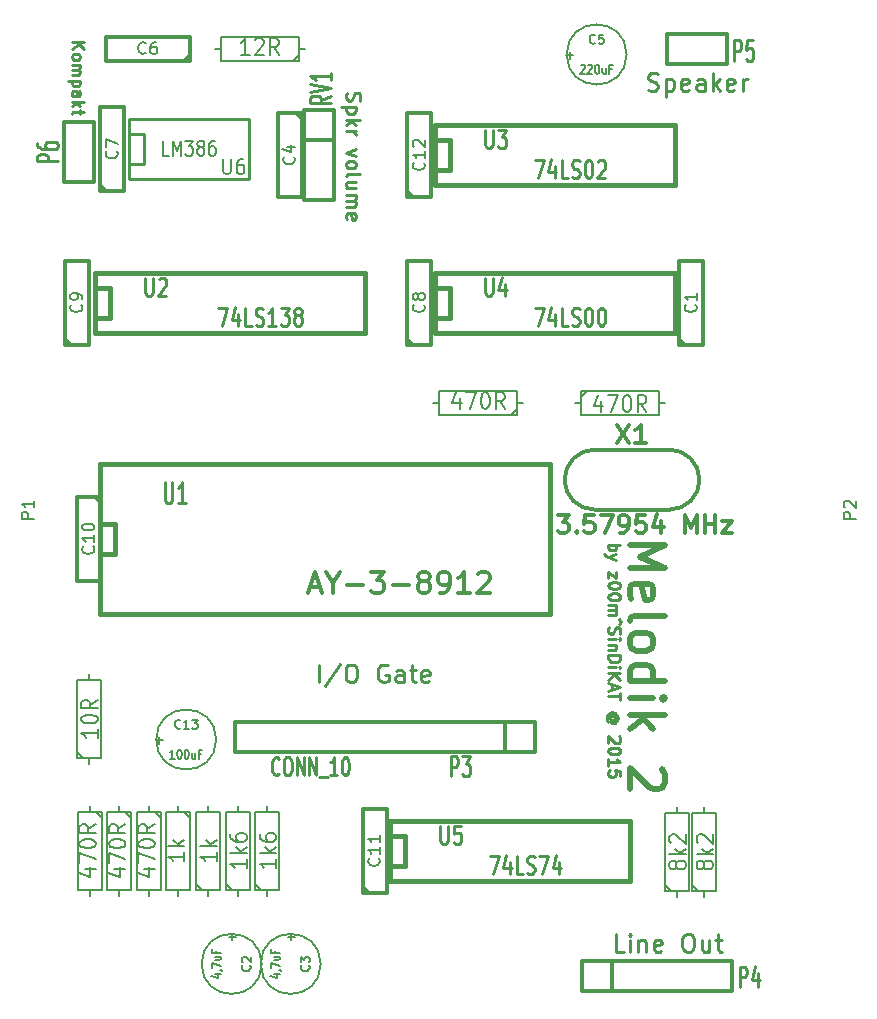
<source format=gto>
G04 #@! TF.FileFunction,Legend,Top*
%FSLAX46Y46*%
G04 Gerber Fmt 4.6, Leading zero omitted, Abs format (unit mm)*
G04 Created by KiCad (PCBNEW 4.0.0-stable) date Tue 15 Mar 2016 09:50:33 PM CET*
%MOMM*%
G01*
G04 APERTURE LIST*
%ADD10C,0.150000*%
%ADD11C,0.250000*%
%ADD12C,0.500000*%
%ADD13C,0.304800*%
%ADD14C,0.203200*%
%ADD15C,0.317500*%
%ADD16C,0.254000*%
%ADD17C,0.381000*%
%ADD18C,0.127000*%
%ADD19C,0.271780*%
%ADD20C,0.269240*%
%ADD21C,0.285750*%
%ADD22C,0.190500*%
G04 APERTURE END LIST*
D10*
D11*
X120097619Y-47973809D02*
X121097619Y-47973809D01*
X120097619Y-48545238D02*
X120669048Y-48116666D01*
X121097619Y-48545238D02*
X120526190Y-47973809D01*
X120097619Y-49116666D02*
X120145238Y-49021428D01*
X120192857Y-48973809D01*
X120288095Y-48926190D01*
X120573810Y-48926190D01*
X120669048Y-48973809D01*
X120716667Y-49021428D01*
X120764286Y-49116666D01*
X120764286Y-49259524D01*
X120716667Y-49354762D01*
X120669048Y-49402381D01*
X120573810Y-49450000D01*
X120288095Y-49450000D01*
X120192857Y-49402381D01*
X120145238Y-49354762D01*
X120097619Y-49259524D01*
X120097619Y-49116666D01*
X120097619Y-49878571D02*
X120764286Y-49878571D01*
X120669048Y-49878571D02*
X120716667Y-49926190D01*
X120764286Y-50021428D01*
X120764286Y-50164286D01*
X120716667Y-50259524D01*
X120621429Y-50307143D01*
X120097619Y-50307143D01*
X120621429Y-50307143D02*
X120716667Y-50354762D01*
X120764286Y-50450000D01*
X120764286Y-50592857D01*
X120716667Y-50688095D01*
X120621429Y-50735714D01*
X120097619Y-50735714D01*
X120764286Y-51211904D02*
X119764286Y-51211904D01*
X120716667Y-51211904D02*
X120764286Y-51307142D01*
X120764286Y-51497619D01*
X120716667Y-51592857D01*
X120669048Y-51640476D01*
X120573810Y-51688095D01*
X120288095Y-51688095D01*
X120192857Y-51640476D01*
X120145238Y-51592857D01*
X120097619Y-51497619D01*
X120097619Y-51307142D01*
X120145238Y-51211904D01*
X120097619Y-52545238D02*
X120621429Y-52545238D01*
X120716667Y-52497619D01*
X120764286Y-52402381D01*
X120764286Y-52211904D01*
X120716667Y-52116666D01*
X120145238Y-52545238D02*
X120097619Y-52450000D01*
X120097619Y-52211904D01*
X120145238Y-52116666D01*
X120240476Y-52069047D01*
X120335714Y-52069047D01*
X120430952Y-52116666D01*
X120478571Y-52211904D01*
X120478571Y-52450000D01*
X120526190Y-52545238D01*
X120097619Y-53021428D02*
X121097619Y-53021428D01*
X120478571Y-53116666D02*
X120097619Y-53402381D01*
X120764286Y-53402381D02*
X120383333Y-53021428D01*
X120764286Y-53688095D02*
X120764286Y-54069047D01*
X121097619Y-53830952D02*
X120240476Y-53830952D01*
X120145238Y-53878571D01*
X120097619Y-53973809D01*
X120097619Y-54069047D01*
X143354286Y-52238572D02*
X143297143Y-52410001D01*
X143297143Y-52695715D01*
X143354286Y-52810001D01*
X143411429Y-52867144D01*
X143525714Y-52924287D01*
X143640000Y-52924287D01*
X143754286Y-52867144D01*
X143811429Y-52810001D01*
X143868571Y-52695715D01*
X143925714Y-52467144D01*
X143982857Y-52352858D01*
X144040000Y-52295715D01*
X144154286Y-52238572D01*
X144268571Y-52238572D01*
X144382857Y-52295715D01*
X144440000Y-52352858D01*
X144497143Y-52467144D01*
X144497143Y-52752858D01*
X144440000Y-52924287D01*
X144097143Y-53438572D02*
X142897143Y-53438572D01*
X144040000Y-53438572D02*
X144097143Y-53552858D01*
X144097143Y-53781429D01*
X144040000Y-53895715D01*
X143982857Y-53952858D01*
X143868571Y-54010001D01*
X143525714Y-54010001D01*
X143411429Y-53952858D01*
X143354286Y-53895715D01*
X143297143Y-53781429D01*
X143297143Y-53552858D01*
X143354286Y-53438572D01*
X143297143Y-54524286D02*
X144497143Y-54524286D01*
X143754286Y-54638572D02*
X143297143Y-54981429D01*
X144097143Y-54981429D02*
X143640000Y-54524286D01*
X143297143Y-55495715D02*
X144097143Y-55495715D01*
X143868571Y-55495715D02*
X143982857Y-55552858D01*
X144040000Y-55610001D01*
X144097143Y-55724287D01*
X144097143Y-55838572D01*
X144097143Y-57038573D02*
X143297143Y-57324287D01*
X144097143Y-57610001D01*
X143297143Y-58238573D02*
X143354286Y-58124287D01*
X143411429Y-58067144D01*
X143525714Y-58010001D01*
X143868571Y-58010001D01*
X143982857Y-58067144D01*
X144040000Y-58124287D01*
X144097143Y-58238573D01*
X144097143Y-58410001D01*
X144040000Y-58524287D01*
X143982857Y-58581430D01*
X143868571Y-58638573D01*
X143525714Y-58638573D01*
X143411429Y-58581430D01*
X143354286Y-58524287D01*
X143297143Y-58410001D01*
X143297143Y-58238573D01*
X143297143Y-59324287D02*
X143354286Y-59210001D01*
X143468571Y-59152858D01*
X144497143Y-59152858D01*
X144097143Y-60295715D02*
X143297143Y-60295715D01*
X144097143Y-59781429D02*
X143468571Y-59781429D01*
X143354286Y-59838572D01*
X143297143Y-59952858D01*
X143297143Y-60124286D01*
X143354286Y-60238572D01*
X143411429Y-60295715D01*
X143297143Y-60867143D02*
X144097143Y-60867143D01*
X143982857Y-60867143D02*
X144040000Y-60924286D01*
X144097143Y-61038572D01*
X144097143Y-61210000D01*
X144040000Y-61324286D01*
X143925714Y-61381429D01*
X143297143Y-61381429D01*
X143925714Y-61381429D02*
X144040000Y-61438572D01*
X144097143Y-61552858D01*
X144097143Y-61724286D01*
X144040000Y-61838572D01*
X143925714Y-61895715D01*
X143297143Y-61895715D01*
X143354286Y-62924286D02*
X143297143Y-62810000D01*
X143297143Y-62581429D01*
X143354286Y-62467143D01*
X143468571Y-62410000D01*
X143925714Y-62410000D01*
X144040000Y-62467143D01*
X144097143Y-62581429D01*
X144097143Y-62810000D01*
X144040000Y-62924286D01*
X143925714Y-62981429D01*
X143811429Y-62981429D01*
X143697143Y-62410000D01*
X168857143Y-51987143D02*
X169071429Y-52058571D01*
X169428572Y-52058571D01*
X169571429Y-51987143D01*
X169642858Y-51915714D01*
X169714286Y-51772857D01*
X169714286Y-51630000D01*
X169642858Y-51487143D01*
X169571429Y-51415714D01*
X169428572Y-51344286D01*
X169142858Y-51272857D01*
X169000000Y-51201429D01*
X168928572Y-51130000D01*
X168857143Y-50987143D01*
X168857143Y-50844286D01*
X168928572Y-50701429D01*
X169000000Y-50630000D01*
X169142858Y-50558571D01*
X169500000Y-50558571D01*
X169714286Y-50630000D01*
X170357143Y-51058571D02*
X170357143Y-52558571D01*
X170357143Y-51130000D02*
X170500000Y-51058571D01*
X170785714Y-51058571D01*
X170928571Y-51130000D01*
X171000000Y-51201429D01*
X171071429Y-51344286D01*
X171071429Y-51772857D01*
X171000000Y-51915714D01*
X170928571Y-51987143D01*
X170785714Y-52058571D01*
X170500000Y-52058571D01*
X170357143Y-51987143D01*
X172285714Y-51987143D02*
X172142857Y-52058571D01*
X171857143Y-52058571D01*
X171714286Y-51987143D01*
X171642857Y-51844286D01*
X171642857Y-51272857D01*
X171714286Y-51130000D01*
X171857143Y-51058571D01*
X172142857Y-51058571D01*
X172285714Y-51130000D01*
X172357143Y-51272857D01*
X172357143Y-51415714D01*
X171642857Y-51558571D01*
X173642857Y-52058571D02*
X173642857Y-51272857D01*
X173571428Y-51130000D01*
X173428571Y-51058571D01*
X173142857Y-51058571D01*
X173000000Y-51130000D01*
X173642857Y-51987143D02*
X173500000Y-52058571D01*
X173142857Y-52058571D01*
X173000000Y-51987143D01*
X172928571Y-51844286D01*
X172928571Y-51701429D01*
X173000000Y-51558571D01*
X173142857Y-51487143D01*
X173500000Y-51487143D01*
X173642857Y-51415714D01*
X174357143Y-52058571D02*
X174357143Y-50558571D01*
X174500000Y-51487143D02*
X174928571Y-52058571D01*
X174928571Y-51058571D02*
X174357143Y-51630000D01*
X176142857Y-51987143D02*
X176000000Y-52058571D01*
X175714286Y-52058571D01*
X175571429Y-51987143D01*
X175500000Y-51844286D01*
X175500000Y-51272857D01*
X175571429Y-51130000D01*
X175714286Y-51058571D01*
X176000000Y-51058571D01*
X176142857Y-51130000D01*
X176214286Y-51272857D01*
X176214286Y-51415714D01*
X175500000Y-51558571D01*
X176857143Y-52058571D02*
X176857143Y-51058571D01*
X176857143Y-51344286D02*
X176928571Y-51201429D01*
X177000000Y-51130000D01*
X177142857Y-51058571D01*
X177285714Y-51058571D01*
X166831429Y-124958571D02*
X166117143Y-124958571D01*
X166117143Y-123458571D01*
X167331429Y-124958571D02*
X167331429Y-123958571D01*
X167331429Y-123458571D02*
X167260000Y-123530000D01*
X167331429Y-123601429D01*
X167402857Y-123530000D01*
X167331429Y-123458571D01*
X167331429Y-123601429D01*
X168045715Y-123958571D02*
X168045715Y-124958571D01*
X168045715Y-124101429D02*
X168117143Y-124030000D01*
X168260001Y-123958571D01*
X168474286Y-123958571D01*
X168617143Y-124030000D01*
X168688572Y-124172857D01*
X168688572Y-124958571D01*
X169974286Y-124887143D02*
X169831429Y-124958571D01*
X169545715Y-124958571D01*
X169402858Y-124887143D01*
X169331429Y-124744286D01*
X169331429Y-124172857D01*
X169402858Y-124030000D01*
X169545715Y-123958571D01*
X169831429Y-123958571D01*
X169974286Y-124030000D01*
X170045715Y-124172857D01*
X170045715Y-124315714D01*
X169331429Y-124458571D01*
X172117143Y-123458571D02*
X172402857Y-123458571D01*
X172545715Y-123530000D01*
X172688572Y-123672857D01*
X172760000Y-123958571D01*
X172760000Y-124458571D01*
X172688572Y-124744286D01*
X172545715Y-124887143D01*
X172402857Y-124958571D01*
X172117143Y-124958571D01*
X171974286Y-124887143D01*
X171831429Y-124744286D01*
X171760000Y-124458571D01*
X171760000Y-123958571D01*
X171831429Y-123672857D01*
X171974286Y-123530000D01*
X172117143Y-123458571D01*
X174045715Y-123958571D02*
X174045715Y-124958571D01*
X173402858Y-123958571D02*
X173402858Y-124744286D01*
X173474286Y-124887143D01*
X173617144Y-124958571D01*
X173831429Y-124958571D01*
X173974286Y-124887143D01*
X174045715Y-124815714D01*
X174545715Y-123958571D02*
X175117144Y-123958571D01*
X174760001Y-123458571D02*
X174760001Y-124744286D01*
X174831429Y-124887143D01*
X174974287Y-124958571D01*
X175117144Y-124958571D01*
X141027143Y-102148571D02*
X141027143Y-100648571D01*
X142812857Y-100577143D02*
X141527143Y-102505714D01*
X143598572Y-100648571D02*
X143884286Y-100648571D01*
X144027144Y-100720000D01*
X144170001Y-100862857D01*
X144241429Y-101148571D01*
X144241429Y-101648571D01*
X144170001Y-101934286D01*
X144027144Y-102077143D01*
X143884286Y-102148571D01*
X143598572Y-102148571D01*
X143455715Y-102077143D01*
X143312858Y-101934286D01*
X143241429Y-101648571D01*
X143241429Y-101148571D01*
X143312858Y-100862857D01*
X143455715Y-100720000D01*
X143598572Y-100648571D01*
X146812858Y-100720000D02*
X146670001Y-100648571D01*
X146455715Y-100648571D01*
X146241430Y-100720000D01*
X146098572Y-100862857D01*
X146027144Y-101005714D01*
X145955715Y-101291429D01*
X145955715Y-101505714D01*
X146027144Y-101791429D01*
X146098572Y-101934286D01*
X146241430Y-102077143D01*
X146455715Y-102148571D01*
X146598572Y-102148571D01*
X146812858Y-102077143D01*
X146884287Y-102005714D01*
X146884287Y-101505714D01*
X146598572Y-101505714D01*
X148170001Y-102148571D02*
X148170001Y-101362857D01*
X148098572Y-101220000D01*
X147955715Y-101148571D01*
X147670001Y-101148571D01*
X147527144Y-101220000D01*
X148170001Y-102077143D02*
X148027144Y-102148571D01*
X147670001Y-102148571D01*
X147527144Y-102077143D01*
X147455715Y-101934286D01*
X147455715Y-101791429D01*
X147527144Y-101648571D01*
X147670001Y-101577143D01*
X148027144Y-101577143D01*
X148170001Y-101505714D01*
X148670001Y-101148571D02*
X149241430Y-101148571D01*
X148884287Y-100648571D02*
X148884287Y-101934286D01*
X148955715Y-102077143D01*
X149098573Y-102148571D01*
X149241430Y-102148571D01*
X150312858Y-102077143D02*
X150170001Y-102148571D01*
X149884287Y-102148571D01*
X149741430Y-102077143D01*
X149670001Y-101934286D01*
X149670001Y-101362857D01*
X149741430Y-101220000D01*
X149884287Y-101148571D01*
X150170001Y-101148571D01*
X150312858Y-101220000D01*
X150384287Y-101362857D01*
X150384287Y-101505714D01*
X149670001Y-101648571D01*
X165497619Y-90490476D02*
X166497619Y-90490476D01*
X166116667Y-90490476D02*
X166164286Y-90585714D01*
X166164286Y-90776191D01*
X166116667Y-90871429D01*
X166069048Y-90919048D01*
X165973810Y-90966667D01*
X165688095Y-90966667D01*
X165592857Y-90919048D01*
X165545238Y-90871429D01*
X165497619Y-90776191D01*
X165497619Y-90585714D01*
X165545238Y-90490476D01*
X166164286Y-91300000D02*
X165497619Y-91538095D01*
X166164286Y-91776191D02*
X165497619Y-91538095D01*
X165259524Y-91442857D01*
X165211905Y-91395238D01*
X165164286Y-91300000D01*
X166164286Y-92823810D02*
X166164286Y-93347620D01*
X165497619Y-92823810D01*
X165497619Y-93347620D01*
X166497619Y-93919048D02*
X166497619Y-94014287D01*
X166450000Y-94109525D01*
X166402381Y-94157144D01*
X166307143Y-94204763D01*
X166116667Y-94252382D01*
X165878571Y-94252382D01*
X165688095Y-94204763D01*
X165592857Y-94157144D01*
X165545238Y-94109525D01*
X165497619Y-94014287D01*
X165497619Y-93919048D01*
X165545238Y-93823810D01*
X165592857Y-93776191D01*
X165688095Y-93728572D01*
X165878571Y-93680953D01*
X166116667Y-93680953D01*
X166307143Y-93728572D01*
X166402381Y-93776191D01*
X166450000Y-93823810D01*
X166497619Y-93919048D01*
X166497619Y-94871429D02*
X166497619Y-94966668D01*
X166450000Y-95061906D01*
X166402381Y-95109525D01*
X166307143Y-95157144D01*
X166116667Y-95204763D01*
X165878571Y-95204763D01*
X165688095Y-95157144D01*
X165592857Y-95109525D01*
X165545238Y-95061906D01*
X165497619Y-94966668D01*
X165497619Y-94871429D01*
X165545238Y-94776191D01*
X165592857Y-94728572D01*
X165688095Y-94680953D01*
X165878571Y-94633334D01*
X166116667Y-94633334D01*
X166307143Y-94680953D01*
X166402381Y-94728572D01*
X166450000Y-94776191D01*
X166497619Y-94871429D01*
X165497619Y-95633334D02*
X166164286Y-95633334D01*
X166069048Y-95633334D02*
X166116667Y-95680953D01*
X166164286Y-95776191D01*
X166164286Y-95919049D01*
X166116667Y-96014287D01*
X166021429Y-96061906D01*
X165497619Y-96061906D01*
X166021429Y-96061906D02*
X166116667Y-96109525D01*
X166164286Y-96204763D01*
X166164286Y-96347620D01*
X166116667Y-96442858D01*
X166021429Y-96490477D01*
X165497619Y-96490477D01*
X166402381Y-96823810D02*
X166545238Y-97014286D01*
X166402381Y-97204762D01*
X165545238Y-97490477D02*
X165497619Y-97633334D01*
X165497619Y-97871430D01*
X165545238Y-97966668D01*
X165592857Y-98014287D01*
X165688095Y-98061906D01*
X165783333Y-98061906D01*
X165878571Y-98014287D01*
X165926190Y-97966668D01*
X165973810Y-97871430D01*
X166021429Y-97680953D01*
X166069048Y-97585715D01*
X166116667Y-97538096D01*
X166211905Y-97490477D01*
X166307143Y-97490477D01*
X166402381Y-97538096D01*
X166450000Y-97585715D01*
X166497619Y-97680953D01*
X166497619Y-97919049D01*
X166450000Y-98061906D01*
X165497619Y-98490477D02*
X166164286Y-98490477D01*
X166497619Y-98490477D02*
X166450000Y-98442858D01*
X166402381Y-98490477D01*
X166450000Y-98538096D01*
X166497619Y-98490477D01*
X166402381Y-98490477D01*
X166164286Y-98966667D02*
X165497619Y-98966667D01*
X166069048Y-98966667D02*
X166116667Y-99014286D01*
X166164286Y-99109524D01*
X166164286Y-99252382D01*
X166116667Y-99347620D01*
X166021429Y-99395239D01*
X165497619Y-99395239D01*
X165497619Y-99871429D02*
X166497619Y-99871429D01*
X166497619Y-100109524D01*
X166450000Y-100252382D01*
X166354762Y-100347620D01*
X166259524Y-100395239D01*
X166069048Y-100442858D01*
X165926190Y-100442858D01*
X165735714Y-100395239D01*
X165640476Y-100347620D01*
X165545238Y-100252382D01*
X165497619Y-100109524D01*
X165497619Y-99871429D01*
X165497619Y-100871429D02*
X166164286Y-100871429D01*
X166497619Y-100871429D02*
X166450000Y-100823810D01*
X166402381Y-100871429D01*
X166450000Y-100919048D01*
X166497619Y-100871429D01*
X166402381Y-100871429D01*
X165497619Y-101347619D02*
X166497619Y-101347619D01*
X165497619Y-101919048D02*
X166069048Y-101490476D01*
X166497619Y-101919048D02*
X165926190Y-101347619D01*
X165783333Y-102300000D02*
X165783333Y-102776191D01*
X165497619Y-102204762D02*
X166497619Y-102538095D01*
X165497619Y-102871429D01*
X166497619Y-103061905D02*
X166497619Y-103633334D01*
X165497619Y-103347619D02*
X166497619Y-103347619D01*
X165973810Y-105347620D02*
X166021429Y-105300001D01*
X166069048Y-105204763D01*
X166069048Y-105109525D01*
X166021429Y-105014287D01*
X165973810Y-104966667D01*
X165878571Y-104919048D01*
X165783333Y-104919048D01*
X165688095Y-104966667D01*
X165640476Y-105014287D01*
X165592857Y-105109525D01*
X165592857Y-105204763D01*
X165640476Y-105300001D01*
X165688095Y-105347620D01*
X166069048Y-105347620D02*
X165688095Y-105347620D01*
X165640476Y-105395239D01*
X165640476Y-105442858D01*
X165688095Y-105538096D01*
X165783333Y-105585715D01*
X166021429Y-105585715D01*
X166164286Y-105490477D01*
X166259524Y-105347620D01*
X166307143Y-105157144D01*
X166259524Y-104966667D01*
X166164286Y-104823810D01*
X166021429Y-104728572D01*
X165830952Y-104680953D01*
X165640476Y-104728572D01*
X165497619Y-104823810D01*
X165402381Y-104966667D01*
X165354762Y-105157144D01*
X165402381Y-105347620D01*
X165497619Y-105490477D01*
X166402381Y-106728572D02*
X166450000Y-106776191D01*
X166497619Y-106871429D01*
X166497619Y-107109525D01*
X166450000Y-107204763D01*
X166402381Y-107252382D01*
X166307143Y-107300001D01*
X166211905Y-107300001D01*
X166069048Y-107252382D01*
X165497619Y-106680953D01*
X165497619Y-107300001D01*
X166497619Y-107919048D02*
X166497619Y-108014287D01*
X166450000Y-108109525D01*
X166402381Y-108157144D01*
X166307143Y-108204763D01*
X166116667Y-108252382D01*
X165878571Y-108252382D01*
X165688095Y-108204763D01*
X165592857Y-108157144D01*
X165545238Y-108109525D01*
X165497619Y-108014287D01*
X165497619Y-107919048D01*
X165545238Y-107823810D01*
X165592857Y-107776191D01*
X165688095Y-107728572D01*
X165878571Y-107680953D01*
X166116667Y-107680953D01*
X166307143Y-107728572D01*
X166402381Y-107776191D01*
X166450000Y-107823810D01*
X166497619Y-107919048D01*
X165497619Y-109204763D02*
X165497619Y-108633334D01*
X165497619Y-108919048D02*
X166497619Y-108919048D01*
X166354762Y-108823810D01*
X166259524Y-108728572D01*
X166211905Y-108633334D01*
X166497619Y-110109525D02*
X166497619Y-109633334D01*
X166021429Y-109585715D01*
X166069048Y-109633334D01*
X166116667Y-109728572D01*
X166116667Y-109966668D01*
X166069048Y-110061906D01*
X166021429Y-110109525D01*
X165926190Y-110157144D01*
X165688095Y-110157144D01*
X165592857Y-110109525D01*
X165545238Y-110061906D01*
X165497619Y-109966668D01*
X165497619Y-109728572D01*
X165545238Y-109633334D01*
X165592857Y-109585715D01*
D12*
X167292857Y-90514286D02*
X170292857Y-90514286D01*
X168150000Y-91514286D01*
X170292857Y-92514286D01*
X167292857Y-92514286D01*
X167435714Y-95085714D02*
X167292857Y-94800000D01*
X167292857Y-94228571D01*
X167435714Y-93942857D01*
X167721429Y-93800000D01*
X168864286Y-93800000D01*
X169150000Y-93942857D01*
X169292857Y-94228571D01*
X169292857Y-94800000D01*
X169150000Y-95085714D01*
X168864286Y-95228571D01*
X168578571Y-95228571D01*
X168292857Y-93800000D01*
X167292857Y-96942857D02*
X167435714Y-96657143D01*
X167721429Y-96514286D01*
X170292857Y-96514286D01*
X167292857Y-98514286D02*
X167435714Y-98228572D01*
X167578571Y-98085715D01*
X167864286Y-97942858D01*
X168721429Y-97942858D01*
X169007143Y-98085715D01*
X169150000Y-98228572D01*
X169292857Y-98514286D01*
X169292857Y-98942858D01*
X169150000Y-99228572D01*
X169007143Y-99371429D01*
X168721429Y-99514286D01*
X167864286Y-99514286D01*
X167578571Y-99371429D01*
X167435714Y-99228572D01*
X167292857Y-98942858D01*
X167292857Y-98514286D01*
X167292857Y-102085715D02*
X170292857Y-102085715D01*
X167435714Y-102085715D02*
X167292857Y-101800001D01*
X167292857Y-101228572D01*
X167435714Y-100942858D01*
X167578571Y-100800001D01*
X167864286Y-100657144D01*
X168721429Y-100657144D01*
X169007143Y-100800001D01*
X169150000Y-100942858D01*
X169292857Y-101228572D01*
X169292857Y-101800001D01*
X169150000Y-102085715D01*
X167292857Y-103514287D02*
X169292857Y-103514287D01*
X170292857Y-103514287D02*
X170150000Y-103371430D01*
X170007143Y-103514287D01*
X170150000Y-103657144D01*
X170292857Y-103514287D01*
X170007143Y-103514287D01*
X167292857Y-104942858D02*
X170292857Y-104942858D01*
X168435714Y-105228572D02*
X167292857Y-106085715D01*
X169292857Y-106085715D02*
X168150000Y-104942858D01*
X170007143Y-109514286D02*
X170150000Y-109657143D01*
X170292857Y-109942857D01*
X170292857Y-110657143D01*
X170150000Y-110942857D01*
X170007143Y-111085714D01*
X169721429Y-111228571D01*
X169435714Y-111228571D01*
X169007143Y-111085714D01*
X167292857Y-109371428D01*
X167292857Y-111228571D01*
D13*
X163280000Y-128270000D02*
X163280000Y-125730000D01*
X163280000Y-125730000D02*
X175980000Y-125730000D01*
X175980000Y-125730000D02*
X175980000Y-128270000D01*
X175980000Y-128270000D02*
X163280000Y-128270000D01*
X165820000Y-128270000D02*
X165820000Y-125730000D01*
X139730000Y-53690000D02*
X142270000Y-53690000D01*
X142270000Y-53690000D02*
X142270000Y-61310000D01*
X142270000Y-61310000D02*
X139730000Y-61310000D01*
X139730000Y-61310000D02*
X139730000Y-53690000D01*
X142270000Y-56230000D02*
X139730000Y-56230000D01*
X170460000Y-49770000D02*
X170460000Y-47230000D01*
X170460000Y-47230000D02*
X175540000Y-47230000D01*
X175540000Y-47230000D02*
X175540000Y-49770000D01*
X175540000Y-49770000D02*
X170460000Y-49770000D01*
X159300000Y-105530000D02*
X159300000Y-108070000D01*
X159300000Y-108070000D02*
X133900000Y-108070000D01*
X133900000Y-108070000D02*
X133900000Y-105530000D01*
X133900000Y-105530000D02*
X159300000Y-105530000D01*
X156760000Y-105530000D02*
X156760000Y-108070000D01*
D14*
X139810000Y-48500000D02*
X139302000Y-48500000D01*
X132190000Y-48500000D02*
X132698000Y-48500000D01*
X132698000Y-48500000D02*
X132698000Y-49516000D01*
X132698000Y-49516000D02*
X139302000Y-49516000D01*
X139302000Y-49516000D02*
X139302000Y-47484000D01*
X139302000Y-47484000D02*
X132698000Y-47484000D01*
X132698000Y-47484000D02*
X132698000Y-48500000D01*
X139302000Y-49008000D02*
X138794000Y-49516000D01*
X158310000Y-78500000D02*
X157802000Y-78500000D01*
X150690000Y-78500000D02*
X151198000Y-78500000D01*
X151198000Y-78500000D02*
X151198000Y-79516000D01*
X151198000Y-79516000D02*
X157802000Y-79516000D01*
X157802000Y-79516000D02*
X157802000Y-77484000D01*
X157802000Y-77484000D02*
X151198000Y-77484000D01*
X151198000Y-77484000D02*
X151198000Y-78500000D01*
X157802000Y-79008000D02*
X157294000Y-79516000D01*
X162690000Y-78500000D02*
X163198000Y-78500000D01*
X170310000Y-78500000D02*
X169802000Y-78500000D01*
X169802000Y-78500000D02*
X169802000Y-77484000D01*
X169802000Y-77484000D02*
X163198000Y-77484000D01*
X163198000Y-77484000D02*
X163198000Y-79516000D01*
X163198000Y-79516000D02*
X169802000Y-79516000D01*
X169802000Y-79516000D02*
X169802000Y-78500000D01*
X163198000Y-77992000D02*
X163706000Y-77484000D01*
X171300000Y-120310000D02*
X171300000Y-119802000D01*
X171300000Y-112690000D02*
X171300000Y-113198000D01*
X171300000Y-113198000D02*
X170284000Y-113198000D01*
X170284000Y-113198000D02*
X170284000Y-119802000D01*
X170284000Y-119802000D02*
X172316000Y-119802000D01*
X172316000Y-119802000D02*
X172316000Y-113198000D01*
X172316000Y-113198000D02*
X171300000Y-113198000D01*
X170792000Y-119802000D02*
X170284000Y-119294000D01*
X173600000Y-120310000D02*
X173600000Y-119802000D01*
X173600000Y-112690000D02*
X173600000Y-113198000D01*
X173600000Y-113198000D02*
X172584000Y-113198000D01*
X172584000Y-113198000D02*
X172584000Y-119802000D01*
X172584000Y-119802000D02*
X174616000Y-119802000D01*
X174616000Y-119802000D02*
X174616000Y-113198000D01*
X174616000Y-113198000D02*
X173600000Y-113198000D01*
X173092000Y-119802000D02*
X172584000Y-119294000D01*
X121600000Y-112590000D02*
X121600000Y-113098000D01*
X121600000Y-120210000D02*
X121600000Y-119702000D01*
X121600000Y-119702000D02*
X122616000Y-119702000D01*
X122616000Y-119702000D02*
X122616000Y-113098000D01*
X122616000Y-113098000D02*
X120584000Y-113098000D01*
X120584000Y-113098000D02*
X120584000Y-119702000D01*
X120584000Y-119702000D02*
X121600000Y-119702000D01*
X122108000Y-113098000D02*
X122616000Y-113606000D01*
X124100000Y-112590000D02*
X124100000Y-113098000D01*
X124100000Y-120210000D02*
X124100000Y-119702000D01*
X124100000Y-119702000D02*
X125116000Y-119702000D01*
X125116000Y-119702000D02*
X125116000Y-113098000D01*
X125116000Y-113098000D02*
X123084000Y-113098000D01*
X123084000Y-113098000D02*
X123084000Y-119702000D01*
X123084000Y-119702000D02*
X124100000Y-119702000D01*
X124608000Y-113098000D02*
X125116000Y-113606000D01*
X126600000Y-112590000D02*
X126600000Y-113098000D01*
X126600000Y-120210000D02*
X126600000Y-119702000D01*
X126600000Y-119702000D02*
X127616000Y-119702000D01*
X127616000Y-119702000D02*
X127616000Y-113098000D01*
X127616000Y-113098000D02*
X125584000Y-113098000D01*
X125584000Y-113098000D02*
X125584000Y-119702000D01*
X125584000Y-119702000D02*
X126600000Y-119702000D01*
X127108000Y-113098000D02*
X127616000Y-113606000D01*
X131600000Y-120210000D02*
X131600000Y-119702000D01*
X131600000Y-112590000D02*
X131600000Y-113098000D01*
X131600000Y-113098000D02*
X130584000Y-113098000D01*
X130584000Y-113098000D02*
X130584000Y-119702000D01*
X130584000Y-119702000D02*
X132616000Y-119702000D01*
X132616000Y-119702000D02*
X132616000Y-113098000D01*
X132616000Y-113098000D02*
X131600000Y-113098000D01*
X131092000Y-119702000D02*
X130584000Y-119194000D01*
X134100000Y-120210000D02*
X134100000Y-119702000D01*
X134100000Y-112590000D02*
X134100000Y-113098000D01*
X134100000Y-113098000D02*
X133084000Y-113098000D01*
X133084000Y-113098000D02*
X133084000Y-119702000D01*
X133084000Y-119702000D02*
X135116000Y-119702000D01*
X135116000Y-119702000D02*
X135116000Y-113098000D01*
X135116000Y-113098000D02*
X134100000Y-113098000D01*
X133592000Y-119702000D02*
X133084000Y-119194000D01*
X136600000Y-120210000D02*
X136600000Y-119702000D01*
X136600000Y-112590000D02*
X136600000Y-113098000D01*
X136600000Y-113098000D02*
X135584000Y-113098000D01*
X135584000Y-113098000D02*
X135584000Y-119702000D01*
X135584000Y-119702000D02*
X137616000Y-119702000D01*
X137616000Y-119702000D02*
X137616000Y-113098000D01*
X137616000Y-113098000D02*
X136600000Y-113098000D01*
X136092000Y-119702000D02*
X135584000Y-119194000D01*
X129100000Y-112590000D02*
X129100000Y-113098000D01*
X129100000Y-120210000D02*
X129100000Y-119702000D01*
X129100000Y-119702000D02*
X130116000Y-119702000D01*
X130116000Y-119702000D02*
X130116000Y-113098000D01*
X130116000Y-113098000D02*
X128084000Y-113098000D01*
X128084000Y-113098000D02*
X128084000Y-119702000D01*
X128084000Y-119702000D02*
X129100000Y-119702000D01*
X129608000Y-113098000D02*
X130116000Y-113606000D01*
D15*
X164325000Y-87540000D02*
X170675000Y-87540000D01*
X164325000Y-82460000D02*
X170675000Y-82460000D01*
X173215000Y-85000000D02*
G75*
G03X170675000Y-82460000I-2540000J0D01*
G01*
X170675000Y-87540000D02*
G75*
G03X173215000Y-85000000I0J2540000D01*
G01*
X164325000Y-82460000D02*
G75*
G03X161785000Y-85000000I0J-2540000D01*
G01*
X161785000Y-85000000D02*
G75*
G03X164325000Y-87540000I2540000J0D01*
G01*
D16*
X124920000Y-55730000D02*
X126190000Y-55730000D01*
X126190000Y-55730000D02*
X126190000Y-58270000D01*
X126190000Y-58270000D02*
X124920000Y-58270000D01*
X124920000Y-54460000D02*
X135080000Y-54460000D01*
X135080000Y-54460000D02*
X135080000Y-59540000D01*
X135080000Y-59540000D02*
X124920000Y-59540000D01*
X124920000Y-59540000D02*
X124920000Y-54460000D01*
D17*
X122450000Y-88730000D02*
X122450000Y-88730000D01*
X122450000Y-88730000D02*
X123720000Y-88730000D01*
X123720000Y-88730000D02*
X123720000Y-91270000D01*
X123720000Y-91270000D02*
X122450000Y-91270000D01*
X122450000Y-83650000D02*
X160550000Y-83650000D01*
X160550000Y-83650000D02*
X160550000Y-96350000D01*
X160550000Y-96350000D02*
X122450000Y-96350000D01*
X122450000Y-96350000D02*
X122450000Y-83650000D01*
X122070000Y-68730000D02*
X122070000Y-68730000D01*
X122070000Y-68730000D02*
X123340000Y-68730000D01*
X123340000Y-68730000D02*
X123340000Y-71270000D01*
X123340000Y-71270000D02*
X122070000Y-71270000D01*
X122070000Y-67460000D02*
X144930000Y-67460000D01*
X144930000Y-67460000D02*
X144930000Y-72540000D01*
X144930000Y-72540000D02*
X122070000Y-72540000D01*
X122070000Y-72540000D02*
X122070000Y-67460000D01*
X147040000Y-113860000D02*
X167360000Y-113860000D01*
X167360000Y-118940000D02*
X147040000Y-118940000D01*
X147040000Y-118940000D02*
X147040000Y-113860000D01*
X147040000Y-115130000D02*
X148310000Y-115130000D01*
X148310000Y-115130000D02*
X148310000Y-117670000D01*
X148310000Y-117670000D02*
X147040000Y-117670000D01*
X167360000Y-113860000D02*
X167360000Y-118940000D01*
X150840000Y-67460000D02*
X171160000Y-67460000D01*
X171160000Y-72540000D02*
X150840000Y-72540000D01*
X150840000Y-72540000D02*
X150840000Y-67460000D01*
X150840000Y-68730000D02*
X152110000Y-68730000D01*
X152110000Y-68730000D02*
X152110000Y-71270000D01*
X152110000Y-71270000D02*
X150840000Y-71270000D01*
X171160000Y-67460000D02*
X171160000Y-72540000D01*
X150840000Y-54960000D02*
X171160000Y-54960000D01*
X171160000Y-60040000D02*
X150840000Y-60040000D01*
X150840000Y-60040000D02*
X150840000Y-54960000D01*
X150840000Y-56230000D02*
X152110000Y-56230000D01*
X152110000Y-56230000D02*
X152110000Y-58770000D01*
X152110000Y-58770000D02*
X150840000Y-58770000D01*
X171160000Y-54960000D02*
X171160000Y-60040000D01*
D13*
X144684000Y-119956000D02*
X144684000Y-112844000D01*
X144684000Y-112844000D02*
X146716000Y-112844000D01*
X146716000Y-112844000D02*
X146716000Y-119956000D01*
X146716000Y-119956000D02*
X144684000Y-119956000D01*
X145192000Y-119956000D02*
X144684000Y-119448000D01*
X122516000Y-86444000D02*
X122516000Y-93556000D01*
X122516000Y-93556000D02*
X120484000Y-93556000D01*
X120484000Y-93556000D02*
X120484000Y-86444000D01*
X120484000Y-86444000D02*
X122516000Y-86444000D01*
X122008000Y-86444000D02*
X122516000Y-86952000D01*
X119484000Y-73556000D02*
X119484000Y-66444000D01*
X119484000Y-66444000D02*
X121516000Y-66444000D01*
X121516000Y-66444000D02*
X121516000Y-73556000D01*
X121516000Y-73556000D02*
X119484000Y-73556000D01*
X119992000Y-73556000D02*
X119484000Y-73048000D01*
X148484000Y-73556000D02*
X148484000Y-66444000D01*
X148484000Y-66444000D02*
X150516000Y-66444000D01*
X150516000Y-66444000D02*
X150516000Y-73556000D01*
X150516000Y-73556000D02*
X148484000Y-73556000D01*
X148992000Y-73556000D02*
X148484000Y-73048000D01*
X122484000Y-60556000D02*
X122484000Y-53444000D01*
X122484000Y-53444000D02*
X124516000Y-53444000D01*
X124516000Y-53444000D02*
X124516000Y-60556000D01*
X124516000Y-60556000D02*
X122484000Y-60556000D01*
X122992000Y-60556000D02*
X122484000Y-60048000D01*
X148484000Y-61056000D02*
X148484000Y-53944000D01*
X148484000Y-53944000D02*
X150516000Y-53944000D01*
X150516000Y-53944000D02*
X150516000Y-61056000D01*
X150516000Y-61056000D02*
X148484000Y-61056000D01*
X148992000Y-61056000D02*
X148484000Y-60548000D01*
X130056000Y-49516000D02*
X122944000Y-49516000D01*
X122944000Y-49516000D02*
X122944000Y-47484000D01*
X122944000Y-47484000D02*
X130056000Y-47484000D01*
X130056000Y-47484000D02*
X130056000Y-49516000D01*
X130056000Y-49008000D02*
X129548000Y-49516000D01*
X139516000Y-53944000D02*
X139516000Y-61056000D01*
X139516000Y-61056000D02*
X137484000Y-61056000D01*
X137484000Y-61056000D02*
X137484000Y-53944000D01*
X137484000Y-53944000D02*
X139516000Y-53944000D01*
X139008000Y-53944000D02*
X139516000Y-54452000D01*
X171484000Y-73556000D02*
X171484000Y-66444000D01*
X171484000Y-66444000D02*
X173516000Y-66444000D01*
X173516000Y-66444000D02*
X173516000Y-73556000D01*
X173516000Y-73556000D02*
X171484000Y-73556000D01*
X171992000Y-73556000D02*
X171484000Y-73048000D01*
D18*
X167043173Y-49000000D02*
G75*
G03X167043173Y-49000000I-2543173J0D01*
G01*
X141143173Y-126000000D02*
G75*
G03X141143173Y-126000000I-2543173J0D01*
G01*
X136143173Y-126000000D02*
G75*
G03X136143173Y-126000000I-2543173J0D01*
G01*
X132293173Y-107000000D02*
G75*
G03X132293173Y-107000000I-2543173J0D01*
G01*
D13*
X121920000Y-59790000D02*
X119380000Y-59790000D01*
X119380000Y-59790000D02*
X119380000Y-54710000D01*
X119380000Y-54710000D02*
X121920000Y-54710000D01*
X121920000Y-54710000D02*
X121920000Y-59790000D01*
D14*
X121500000Y-109060000D02*
X121500000Y-108552000D01*
X121500000Y-101440000D02*
X121500000Y-101948000D01*
X121500000Y-101948000D02*
X120484000Y-101948000D01*
X120484000Y-101948000D02*
X120484000Y-108552000D01*
X120484000Y-108552000D02*
X122516000Y-108552000D01*
X122516000Y-108552000D02*
X122516000Y-101948000D01*
X122516000Y-101948000D02*
X121500000Y-101948000D01*
X120992000Y-108552000D02*
X120484000Y-108044000D01*
D19*
X176617602Y-127962501D02*
X176617602Y-126232761D01*
X177031743Y-126232761D01*
X177135278Y-126315130D01*
X177187046Y-126397499D01*
X177238814Y-126562236D01*
X177238814Y-126809341D01*
X177187046Y-126974079D01*
X177135278Y-127056447D01*
X177031743Y-127138816D01*
X176617602Y-127138816D01*
X178170631Y-126809341D02*
X178170631Y-127962501D01*
X177911793Y-126150393D02*
X177652954Y-127385921D01*
X178325934Y-127385921D01*
D13*
D20*
X142020079Y-52501047D02*
X141167364Y-52860034D01*
X142020079Y-53116453D02*
X140229379Y-53116453D01*
X140229379Y-52706182D01*
X140314650Y-52603615D01*
X140399921Y-52552331D01*
X140570464Y-52501047D01*
X140826279Y-52501047D01*
X140996821Y-52552331D01*
X141082093Y-52603615D01*
X141167364Y-52706182D01*
X141167364Y-53116453D01*
X140229379Y-52193344D02*
X142020079Y-51834358D01*
X140229379Y-51475371D01*
X142020079Y-50552262D02*
X142020079Y-51167668D01*
X142020079Y-50859965D02*
X140229379Y-50859965D01*
X140485193Y-50962533D01*
X140655736Y-51065100D01*
X140741007Y-51167668D01*
D13*
D19*
X176117602Y-49512501D02*
X176117602Y-47782761D01*
X176531743Y-47782761D01*
X176635278Y-47865130D01*
X176687046Y-47947499D01*
X176738814Y-48112236D01*
X176738814Y-48359341D01*
X176687046Y-48524079D01*
X176635278Y-48606447D01*
X176531743Y-48688816D01*
X176117602Y-48688816D01*
X177722398Y-47782761D02*
X177204722Y-47782761D01*
X177152954Y-48606447D01*
X177204722Y-48524079D01*
X177308257Y-48441710D01*
X177567095Y-48441710D01*
X177670631Y-48524079D01*
X177722398Y-48606447D01*
X177774166Y-48771184D01*
X177774166Y-49183027D01*
X177722398Y-49347764D01*
X177670631Y-49430133D01*
X177567095Y-49512501D01*
X177308257Y-49512501D01*
X177204722Y-49430133D01*
X177152954Y-49347764D01*
D13*
D19*
X152147602Y-110122501D02*
X152147602Y-108392761D01*
X152561743Y-108392761D01*
X152665278Y-108475130D01*
X152717046Y-108557499D01*
X152768814Y-108722236D01*
X152768814Y-108969341D01*
X152717046Y-109134079D01*
X152665278Y-109216447D01*
X152561743Y-109298816D01*
X152147602Y-109298816D01*
X153131187Y-108392761D02*
X153804166Y-108392761D01*
X153441793Y-109051710D01*
X153597095Y-109051710D01*
X153700631Y-109134079D01*
X153752398Y-109216447D01*
X153804166Y-109381184D01*
X153804166Y-109793027D01*
X153752398Y-109957764D01*
X153700631Y-110040133D01*
X153597095Y-110122501D01*
X153286490Y-110122501D01*
X153182954Y-110040133D01*
X153131187Y-109957764D01*
D13*
D16*
X137613238Y-109884286D02*
X137564857Y-109956857D01*
X137419714Y-110029429D01*
X137322952Y-110029429D01*
X137177810Y-109956857D01*
X137081048Y-109811714D01*
X137032667Y-109666571D01*
X136984286Y-109376286D01*
X136984286Y-109158571D01*
X137032667Y-108868286D01*
X137081048Y-108723143D01*
X137177810Y-108578000D01*
X137322952Y-108505429D01*
X137419714Y-108505429D01*
X137564857Y-108578000D01*
X137613238Y-108650571D01*
X138242191Y-108505429D02*
X138435714Y-108505429D01*
X138532476Y-108578000D01*
X138629238Y-108723143D01*
X138677619Y-109013429D01*
X138677619Y-109521429D01*
X138629238Y-109811714D01*
X138532476Y-109956857D01*
X138435714Y-110029429D01*
X138242191Y-110029429D01*
X138145429Y-109956857D01*
X138048667Y-109811714D01*
X138000286Y-109521429D01*
X138000286Y-109013429D01*
X138048667Y-108723143D01*
X138145429Y-108578000D01*
X138242191Y-108505429D01*
X139113048Y-110029429D02*
X139113048Y-108505429D01*
X139693619Y-110029429D01*
X139693619Y-108505429D01*
X140177429Y-110029429D02*
X140177429Y-108505429D01*
X140758000Y-110029429D01*
X140758000Y-108505429D01*
X140999905Y-110174571D02*
X141774000Y-110174571D01*
X142548095Y-110029429D02*
X141967524Y-110029429D01*
X142257810Y-110029429D02*
X142257810Y-108505429D01*
X142161048Y-108723143D01*
X142064286Y-108868286D01*
X141967524Y-108940857D01*
X143177048Y-108505429D02*
X143273809Y-108505429D01*
X143370571Y-108578000D01*
X143418952Y-108650571D01*
X143467333Y-108795714D01*
X143515714Y-109086000D01*
X143515714Y-109448857D01*
X143467333Y-109739143D01*
X143418952Y-109884286D01*
X143370571Y-109956857D01*
X143273809Y-110029429D01*
X143177048Y-110029429D01*
X143080286Y-109956857D01*
X143031905Y-109884286D01*
X142983524Y-109739143D01*
X142935143Y-109448857D01*
X142935143Y-109086000D01*
X142983524Y-108795714D01*
X143031905Y-108650571D01*
X143080286Y-108578000D01*
X143177048Y-108505429D01*
D14*
X135123095Y-49004976D02*
X134397381Y-49004976D01*
X134760238Y-49004976D02*
X134760238Y-47607976D01*
X134639286Y-47807548D01*
X134518333Y-47940595D01*
X134397381Y-48007119D01*
X135606905Y-47741024D02*
X135667381Y-47674500D01*
X135788333Y-47607976D01*
X136090714Y-47607976D01*
X136211667Y-47674500D01*
X136272143Y-47741024D01*
X136332619Y-47874071D01*
X136332619Y-48007119D01*
X136272143Y-48206690D01*
X135546429Y-49004976D01*
X136332619Y-49004976D01*
X137602619Y-49004976D02*
X137179286Y-48339738D01*
X136876905Y-49004976D02*
X136876905Y-47607976D01*
X137360714Y-47607976D01*
X137481667Y-47674500D01*
X137542143Y-47741024D01*
X137602619Y-47874071D01*
X137602619Y-48073643D01*
X137542143Y-48206690D01*
X137481667Y-48273214D01*
X137360714Y-48339738D01*
X136876905Y-48339738D01*
X152897381Y-78073643D02*
X152897381Y-79004976D01*
X152595000Y-77541452D02*
X152292619Y-78539310D01*
X153078809Y-78539310D01*
X153441667Y-77607976D02*
X154288333Y-77607976D01*
X153744048Y-79004976D01*
X155014048Y-77607976D02*
X155135000Y-77607976D01*
X155255952Y-77674500D01*
X155316429Y-77741024D01*
X155376905Y-77874071D01*
X155437381Y-78140167D01*
X155437381Y-78472786D01*
X155376905Y-78738881D01*
X155316429Y-78871929D01*
X155255952Y-78938452D01*
X155135000Y-79004976D01*
X155014048Y-79004976D01*
X154893095Y-78938452D01*
X154832619Y-78871929D01*
X154772143Y-78738881D01*
X154711667Y-78472786D01*
X154711667Y-78140167D01*
X154772143Y-77874071D01*
X154832619Y-77741024D01*
X154893095Y-77674500D01*
X155014048Y-77607976D01*
X156707381Y-79004976D02*
X156284048Y-78339738D01*
X155981667Y-79004976D02*
X155981667Y-77607976D01*
X156465476Y-77607976D01*
X156586429Y-77674500D01*
X156646905Y-77741024D01*
X156707381Y-77874071D01*
X156707381Y-78073643D01*
X156646905Y-78206690D01*
X156586429Y-78273214D01*
X156465476Y-78339738D01*
X155981667Y-78339738D01*
X164897381Y-78327643D02*
X164897381Y-79258976D01*
X164595000Y-77795452D02*
X164292619Y-78793310D01*
X165078809Y-78793310D01*
X165441667Y-77861976D02*
X166288333Y-77861976D01*
X165744048Y-79258976D01*
X167014048Y-77861976D02*
X167135000Y-77861976D01*
X167255952Y-77928500D01*
X167316429Y-77995024D01*
X167376905Y-78128071D01*
X167437381Y-78394167D01*
X167437381Y-78726786D01*
X167376905Y-78992881D01*
X167316429Y-79125929D01*
X167255952Y-79192452D01*
X167135000Y-79258976D01*
X167014048Y-79258976D01*
X166893095Y-79192452D01*
X166832619Y-79125929D01*
X166772143Y-78992881D01*
X166711667Y-78726786D01*
X166711667Y-78394167D01*
X166772143Y-78128071D01*
X166832619Y-77995024D01*
X166893095Y-77928500D01*
X167014048Y-77861976D01*
X168707381Y-79258976D02*
X168284048Y-78593738D01*
X167981667Y-79258976D02*
X167981667Y-77861976D01*
X168465476Y-77861976D01*
X168586429Y-77928500D01*
X168646905Y-77995024D01*
X168707381Y-78128071D01*
X168707381Y-78327643D01*
X168646905Y-78460690D01*
X168586429Y-78527214D01*
X168465476Y-78593738D01*
X167981667Y-78593738D01*
X171260690Y-117739761D02*
X171194167Y-117860714D01*
X171127643Y-117921190D01*
X170994595Y-117981666D01*
X170928071Y-117981666D01*
X170795024Y-117921190D01*
X170728500Y-117860714D01*
X170661976Y-117739761D01*
X170661976Y-117497857D01*
X170728500Y-117376904D01*
X170795024Y-117316428D01*
X170928071Y-117255952D01*
X170994595Y-117255952D01*
X171127643Y-117316428D01*
X171194167Y-117376904D01*
X171260690Y-117497857D01*
X171260690Y-117739761D01*
X171327214Y-117860714D01*
X171393738Y-117921190D01*
X171526786Y-117981666D01*
X171792881Y-117981666D01*
X171925929Y-117921190D01*
X171992452Y-117860714D01*
X172058976Y-117739761D01*
X172058976Y-117497857D01*
X171992452Y-117376904D01*
X171925929Y-117316428D01*
X171792881Y-117255952D01*
X171526786Y-117255952D01*
X171393738Y-117316428D01*
X171327214Y-117376904D01*
X171260690Y-117497857D01*
X172058976Y-116711666D02*
X170661976Y-116711666D01*
X171526786Y-116590714D02*
X172058976Y-116227857D01*
X171127643Y-116227857D02*
X171659833Y-116711666D01*
X170795024Y-115744047D02*
X170728500Y-115683571D01*
X170661976Y-115562619D01*
X170661976Y-115260238D01*
X170728500Y-115139285D01*
X170795024Y-115078809D01*
X170928071Y-115018333D01*
X171061119Y-115018333D01*
X171260690Y-115078809D01*
X172058976Y-115804523D01*
X172058976Y-115018333D01*
X173560690Y-117739761D02*
X173494167Y-117860714D01*
X173427643Y-117921190D01*
X173294595Y-117981666D01*
X173228071Y-117981666D01*
X173095024Y-117921190D01*
X173028500Y-117860714D01*
X172961976Y-117739761D01*
X172961976Y-117497857D01*
X173028500Y-117376904D01*
X173095024Y-117316428D01*
X173228071Y-117255952D01*
X173294595Y-117255952D01*
X173427643Y-117316428D01*
X173494167Y-117376904D01*
X173560690Y-117497857D01*
X173560690Y-117739761D01*
X173627214Y-117860714D01*
X173693738Y-117921190D01*
X173826786Y-117981666D01*
X174092881Y-117981666D01*
X174225929Y-117921190D01*
X174292452Y-117860714D01*
X174358976Y-117739761D01*
X174358976Y-117497857D01*
X174292452Y-117376904D01*
X174225929Y-117316428D01*
X174092881Y-117255952D01*
X173826786Y-117255952D01*
X173693738Y-117316428D01*
X173627214Y-117376904D01*
X173560690Y-117497857D01*
X174358976Y-116711666D02*
X172961976Y-116711666D01*
X173826786Y-116590714D02*
X174358976Y-116227857D01*
X173427643Y-116227857D02*
X173959833Y-116711666D01*
X173095024Y-115744047D02*
X173028500Y-115683571D01*
X172961976Y-115562619D01*
X172961976Y-115260238D01*
X173028500Y-115139285D01*
X173095024Y-115078809D01*
X173228071Y-115018333D01*
X173361119Y-115018333D01*
X173560690Y-115078809D01*
X174358976Y-115804523D01*
X174358976Y-115018333D01*
X121173643Y-118002619D02*
X122104976Y-118002619D01*
X120641452Y-118305000D02*
X121639310Y-118607381D01*
X121639310Y-117821191D01*
X120707976Y-117458333D02*
X120707976Y-116611667D01*
X122104976Y-117155952D01*
X120707976Y-115885952D02*
X120707976Y-115765000D01*
X120774500Y-115644048D01*
X120841024Y-115583571D01*
X120974071Y-115523095D01*
X121240167Y-115462619D01*
X121572786Y-115462619D01*
X121838881Y-115523095D01*
X121971929Y-115583571D01*
X122038452Y-115644048D01*
X122104976Y-115765000D01*
X122104976Y-115885952D01*
X122038452Y-116006905D01*
X121971929Y-116067381D01*
X121838881Y-116127857D01*
X121572786Y-116188333D01*
X121240167Y-116188333D01*
X120974071Y-116127857D01*
X120841024Y-116067381D01*
X120774500Y-116006905D01*
X120707976Y-115885952D01*
X122104976Y-114192619D02*
X121439738Y-114615952D01*
X122104976Y-114918333D02*
X120707976Y-114918333D01*
X120707976Y-114434524D01*
X120774500Y-114313571D01*
X120841024Y-114253095D01*
X120974071Y-114192619D01*
X121173643Y-114192619D01*
X121306690Y-114253095D01*
X121373214Y-114313571D01*
X121439738Y-114434524D01*
X121439738Y-114918333D01*
X123673643Y-118002619D02*
X124604976Y-118002619D01*
X123141452Y-118305000D02*
X124139310Y-118607381D01*
X124139310Y-117821191D01*
X123207976Y-117458333D02*
X123207976Y-116611667D01*
X124604976Y-117155952D01*
X123207976Y-115885952D02*
X123207976Y-115765000D01*
X123274500Y-115644048D01*
X123341024Y-115583571D01*
X123474071Y-115523095D01*
X123740167Y-115462619D01*
X124072786Y-115462619D01*
X124338881Y-115523095D01*
X124471929Y-115583571D01*
X124538452Y-115644048D01*
X124604976Y-115765000D01*
X124604976Y-115885952D01*
X124538452Y-116006905D01*
X124471929Y-116067381D01*
X124338881Y-116127857D01*
X124072786Y-116188333D01*
X123740167Y-116188333D01*
X123474071Y-116127857D01*
X123341024Y-116067381D01*
X123274500Y-116006905D01*
X123207976Y-115885952D01*
X124604976Y-114192619D02*
X123939738Y-114615952D01*
X124604976Y-114918333D02*
X123207976Y-114918333D01*
X123207976Y-114434524D01*
X123274500Y-114313571D01*
X123341024Y-114253095D01*
X123474071Y-114192619D01*
X123673643Y-114192619D01*
X123806690Y-114253095D01*
X123873214Y-114313571D01*
X123939738Y-114434524D01*
X123939738Y-114918333D01*
X126173643Y-118002619D02*
X127104976Y-118002619D01*
X125641452Y-118305000D02*
X126639310Y-118607381D01*
X126639310Y-117821191D01*
X125707976Y-117458333D02*
X125707976Y-116611667D01*
X127104976Y-117155952D01*
X125707976Y-115885952D02*
X125707976Y-115765000D01*
X125774500Y-115644048D01*
X125841024Y-115583571D01*
X125974071Y-115523095D01*
X126240167Y-115462619D01*
X126572786Y-115462619D01*
X126838881Y-115523095D01*
X126971929Y-115583571D01*
X127038452Y-115644048D01*
X127104976Y-115765000D01*
X127104976Y-115885952D01*
X127038452Y-116006905D01*
X126971929Y-116067381D01*
X126838881Y-116127857D01*
X126572786Y-116188333D01*
X126240167Y-116188333D01*
X125974071Y-116127857D01*
X125841024Y-116067381D01*
X125774500Y-116006905D01*
X125707976Y-115885952D01*
X127104976Y-114192619D02*
X126439738Y-114615952D01*
X127104976Y-114918333D02*
X125707976Y-114918333D01*
X125707976Y-114434524D01*
X125774500Y-114313571D01*
X125841024Y-114253095D01*
X125974071Y-114192619D01*
X126173643Y-114192619D01*
X126306690Y-114253095D01*
X126373214Y-114313571D01*
X126439738Y-114434524D01*
X126439738Y-114918333D01*
X132358976Y-116551190D02*
X132358976Y-117276904D01*
X132358976Y-116914047D02*
X130961976Y-116914047D01*
X131161548Y-117034999D01*
X131294595Y-117155952D01*
X131361119Y-117276904D01*
X132358976Y-116006904D02*
X130961976Y-116006904D01*
X131826786Y-115885952D02*
X132358976Y-115523095D01*
X131427643Y-115523095D02*
X131959833Y-116006904D01*
X134858976Y-117155952D02*
X134858976Y-117881666D01*
X134858976Y-117518809D02*
X133461976Y-117518809D01*
X133661548Y-117639761D01*
X133794595Y-117760714D01*
X133861119Y-117881666D01*
X134858976Y-116611666D02*
X133461976Y-116611666D01*
X134326786Y-116490714D02*
X134858976Y-116127857D01*
X133927643Y-116127857D02*
X134459833Y-116611666D01*
X133461976Y-115039285D02*
X133461976Y-115281190D01*
X133528500Y-115402142D01*
X133595024Y-115462619D01*
X133794595Y-115583571D01*
X134060690Y-115644047D01*
X134592881Y-115644047D01*
X134725929Y-115583571D01*
X134792452Y-115523095D01*
X134858976Y-115402142D01*
X134858976Y-115160238D01*
X134792452Y-115039285D01*
X134725929Y-114978809D01*
X134592881Y-114918333D01*
X134260262Y-114918333D01*
X134127214Y-114978809D01*
X134060690Y-115039285D01*
X133994167Y-115160238D01*
X133994167Y-115402142D01*
X134060690Y-115523095D01*
X134127214Y-115583571D01*
X134260262Y-115644047D01*
X137358976Y-117155952D02*
X137358976Y-117881666D01*
X137358976Y-117518809D02*
X135961976Y-117518809D01*
X136161548Y-117639761D01*
X136294595Y-117760714D01*
X136361119Y-117881666D01*
X137358976Y-116611666D02*
X135961976Y-116611666D01*
X136826786Y-116490714D02*
X137358976Y-116127857D01*
X136427643Y-116127857D02*
X136959833Y-116611666D01*
X135961976Y-115039285D02*
X135961976Y-115281190D01*
X136028500Y-115402142D01*
X136095024Y-115462619D01*
X136294595Y-115583571D01*
X136560690Y-115644047D01*
X137092881Y-115644047D01*
X137225929Y-115583571D01*
X137292452Y-115523095D01*
X137358976Y-115402142D01*
X137358976Y-115160238D01*
X137292452Y-115039285D01*
X137225929Y-114978809D01*
X137092881Y-114918333D01*
X136760262Y-114918333D01*
X136627214Y-114978809D01*
X136560690Y-115039285D01*
X136494167Y-115160238D01*
X136494167Y-115402142D01*
X136560690Y-115523095D01*
X136627214Y-115583571D01*
X136760262Y-115644047D01*
X129604976Y-116551190D02*
X129604976Y-117276904D01*
X129604976Y-116914047D02*
X128207976Y-116914047D01*
X128407548Y-117034999D01*
X128540595Y-117155952D01*
X128607119Y-117276904D01*
X129604976Y-116006904D02*
X128207976Y-116006904D01*
X129072786Y-115885952D02*
X129604976Y-115523095D01*
X128673643Y-115523095D02*
X129205833Y-116006904D01*
D13*
X166266285Y-80355429D02*
X167282285Y-81879429D01*
X167282285Y-80355429D02*
X166266285Y-81879429D01*
X168661143Y-81879429D02*
X167790286Y-81879429D01*
X168225714Y-81879429D02*
X168225714Y-80355429D01*
X168080571Y-80573143D01*
X167935429Y-80718286D01*
X167790286Y-80790857D01*
X161203999Y-87995429D02*
X162147428Y-87995429D01*
X161639428Y-88576000D01*
X161857142Y-88576000D01*
X162002285Y-88648571D01*
X162074856Y-88721143D01*
X162147428Y-88866286D01*
X162147428Y-89229143D01*
X162074856Y-89374286D01*
X162002285Y-89446857D01*
X161857142Y-89519429D01*
X161421714Y-89519429D01*
X161276571Y-89446857D01*
X161203999Y-89374286D01*
X162800571Y-89374286D02*
X162873143Y-89446857D01*
X162800571Y-89519429D01*
X162728000Y-89446857D01*
X162800571Y-89374286D01*
X162800571Y-89519429D01*
X164251999Y-87995429D02*
X163526285Y-87995429D01*
X163453714Y-88721143D01*
X163526285Y-88648571D01*
X163671428Y-88576000D01*
X164034285Y-88576000D01*
X164179428Y-88648571D01*
X164251999Y-88721143D01*
X164324571Y-88866286D01*
X164324571Y-89229143D01*
X164251999Y-89374286D01*
X164179428Y-89446857D01*
X164034285Y-89519429D01*
X163671428Y-89519429D01*
X163526285Y-89446857D01*
X163453714Y-89374286D01*
X164832571Y-87995429D02*
X165848571Y-87995429D01*
X165195428Y-89519429D01*
X166501715Y-89519429D02*
X166792000Y-89519429D01*
X166937143Y-89446857D01*
X167009715Y-89374286D01*
X167154857Y-89156571D01*
X167227429Y-88866286D01*
X167227429Y-88285714D01*
X167154857Y-88140571D01*
X167082286Y-88068000D01*
X166937143Y-87995429D01*
X166646857Y-87995429D01*
X166501715Y-88068000D01*
X166429143Y-88140571D01*
X166356572Y-88285714D01*
X166356572Y-88648571D01*
X166429143Y-88793714D01*
X166501715Y-88866286D01*
X166646857Y-88938857D01*
X166937143Y-88938857D01*
X167082286Y-88866286D01*
X167154857Y-88793714D01*
X167227429Y-88648571D01*
X168606286Y-87995429D02*
X167880572Y-87995429D01*
X167808001Y-88721143D01*
X167880572Y-88648571D01*
X168025715Y-88576000D01*
X168388572Y-88576000D01*
X168533715Y-88648571D01*
X168606286Y-88721143D01*
X168678858Y-88866286D01*
X168678858Y-89229143D01*
X168606286Y-89374286D01*
X168533715Y-89446857D01*
X168388572Y-89519429D01*
X168025715Y-89519429D01*
X167880572Y-89446857D01*
X167808001Y-89374286D01*
X169985144Y-88503429D02*
X169985144Y-89519429D01*
X169622287Y-87922857D02*
X169259430Y-89011429D01*
X170202858Y-89011429D01*
X171944573Y-89519429D02*
X171944573Y-87995429D01*
X172452573Y-89084000D01*
X172960573Y-87995429D01*
X172960573Y-89519429D01*
X173686287Y-89519429D02*
X173686287Y-87995429D01*
X173686287Y-88721143D02*
X174557144Y-88721143D01*
X174557144Y-89519429D02*
X174557144Y-87995429D01*
X175137715Y-88503429D02*
X175936001Y-88503429D01*
X175137715Y-89519429D01*
X175936001Y-89519429D01*
D14*
X132879143Y-57854524D02*
X132879143Y-58882619D01*
X132933571Y-59003571D01*
X132988000Y-59064048D01*
X133096857Y-59124524D01*
X133314571Y-59124524D01*
X133423429Y-59064048D01*
X133477857Y-59003571D01*
X133532286Y-58882619D01*
X133532286Y-57854524D01*
X134566429Y-57854524D02*
X134348715Y-57854524D01*
X134239858Y-57915000D01*
X134185429Y-57975476D01*
X134076572Y-58156905D01*
X134022143Y-58398810D01*
X134022143Y-58882619D01*
X134076572Y-59003571D01*
X134131000Y-59064048D01*
X134239858Y-59124524D01*
X134457572Y-59124524D01*
X134566429Y-59064048D01*
X134620858Y-59003571D01*
X134675286Y-58882619D01*
X134675286Y-58580238D01*
X134620858Y-58459286D01*
X134566429Y-58398810D01*
X134457572Y-58338333D01*
X134239858Y-58338333D01*
X134131000Y-58398810D01*
X134076572Y-58459286D01*
X134022143Y-58580238D01*
X128282476Y-57574524D02*
X127798667Y-57574524D01*
X127798667Y-56304524D01*
X128621143Y-57574524D02*
X128621143Y-56304524D01*
X128959809Y-57211667D01*
X129298476Y-56304524D01*
X129298476Y-57574524D01*
X129685524Y-56304524D02*
X130314476Y-56304524D01*
X129975810Y-56788333D01*
X130120952Y-56788333D01*
X130217714Y-56848810D01*
X130266095Y-56909286D01*
X130314476Y-57030238D01*
X130314476Y-57332619D01*
X130266095Y-57453571D01*
X130217714Y-57514048D01*
X130120952Y-57574524D01*
X129830667Y-57574524D01*
X129733905Y-57514048D01*
X129685524Y-57453571D01*
X130895048Y-56848810D02*
X130798286Y-56788333D01*
X130749905Y-56727857D01*
X130701524Y-56606905D01*
X130701524Y-56546429D01*
X130749905Y-56425476D01*
X130798286Y-56365000D01*
X130895048Y-56304524D01*
X131088571Y-56304524D01*
X131185333Y-56365000D01*
X131233714Y-56425476D01*
X131282095Y-56546429D01*
X131282095Y-56606905D01*
X131233714Y-56727857D01*
X131185333Y-56788333D01*
X131088571Y-56848810D01*
X130895048Y-56848810D01*
X130798286Y-56909286D01*
X130749905Y-56969762D01*
X130701524Y-57090714D01*
X130701524Y-57332619D01*
X130749905Y-57453571D01*
X130798286Y-57514048D01*
X130895048Y-57574524D01*
X131088571Y-57574524D01*
X131185333Y-57514048D01*
X131233714Y-57453571D01*
X131282095Y-57332619D01*
X131282095Y-57090714D01*
X131233714Y-56969762D01*
X131185333Y-56909286D01*
X131088571Y-56848810D01*
X132152952Y-56304524D02*
X131959429Y-56304524D01*
X131862667Y-56365000D01*
X131814286Y-56425476D01*
X131717524Y-56606905D01*
X131669143Y-56848810D01*
X131669143Y-57332619D01*
X131717524Y-57453571D01*
X131765905Y-57514048D01*
X131862667Y-57574524D01*
X132056190Y-57574524D01*
X132152952Y-57514048D01*
X132201333Y-57453571D01*
X132249714Y-57332619D01*
X132249714Y-57030238D01*
X132201333Y-56909286D01*
X132152952Y-56848810D01*
X132056190Y-56788333D01*
X131862667Y-56788333D01*
X131765905Y-56848810D01*
X131717524Y-56909286D01*
X131669143Y-57030238D01*
D21*
X127929143Y-85216333D02*
X127929143Y-86655667D01*
X127983571Y-86825000D01*
X128038000Y-86909667D01*
X128146857Y-86994333D01*
X128364571Y-86994333D01*
X128473429Y-86909667D01*
X128527857Y-86825000D01*
X128582286Y-86655667D01*
X128582286Y-85216333D01*
X129725286Y-86994333D02*
X129072143Y-86994333D01*
X129398715Y-86994333D02*
X129398715Y-85216333D01*
X129289858Y-85470333D01*
X129181000Y-85639667D01*
X129072143Y-85724333D01*
D13*
X140230002Y-94106333D02*
X141076668Y-94106333D01*
X140060668Y-94614333D02*
X140653335Y-92836333D01*
X141246002Y-94614333D01*
X142177335Y-93767667D02*
X142177335Y-94614333D01*
X141584668Y-92836333D02*
X142177335Y-93767667D01*
X142770002Y-92836333D01*
X143362668Y-93937000D02*
X144717335Y-93937000D01*
X145394668Y-92836333D02*
X146495335Y-92836333D01*
X145902668Y-93513667D01*
X146156668Y-93513667D01*
X146326001Y-93598333D01*
X146410668Y-93683000D01*
X146495335Y-93852333D01*
X146495335Y-94275667D01*
X146410668Y-94445000D01*
X146326001Y-94529667D01*
X146156668Y-94614333D01*
X145648668Y-94614333D01*
X145479335Y-94529667D01*
X145394668Y-94445000D01*
X147257334Y-93937000D02*
X148612001Y-93937000D01*
X149712667Y-93598333D02*
X149543334Y-93513667D01*
X149458667Y-93429000D01*
X149374001Y-93259667D01*
X149374001Y-93175000D01*
X149458667Y-93005667D01*
X149543334Y-92921000D01*
X149712667Y-92836333D01*
X150051334Y-92836333D01*
X150220667Y-92921000D01*
X150305334Y-93005667D01*
X150390001Y-93175000D01*
X150390001Y-93259667D01*
X150305334Y-93429000D01*
X150220667Y-93513667D01*
X150051334Y-93598333D01*
X149712667Y-93598333D01*
X149543334Y-93683000D01*
X149458667Y-93767667D01*
X149374001Y-93937000D01*
X149374001Y-94275667D01*
X149458667Y-94445000D01*
X149543334Y-94529667D01*
X149712667Y-94614333D01*
X150051334Y-94614333D01*
X150220667Y-94529667D01*
X150305334Y-94445000D01*
X150390001Y-94275667D01*
X150390001Y-93937000D01*
X150305334Y-93767667D01*
X150220667Y-93683000D01*
X150051334Y-93598333D01*
X151236667Y-94614333D02*
X151575334Y-94614333D01*
X151744667Y-94529667D01*
X151829334Y-94445000D01*
X151998667Y-94191000D01*
X152083334Y-93852333D01*
X152083334Y-93175000D01*
X151998667Y-93005667D01*
X151914000Y-92921000D01*
X151744667Y-92836333D01*
X151406000Y-92836333D01*
X151236667Y-92921000D01*
X151152000Y-93005667D01*
X151067334Y-93175000D01*
X151067334Y-93598333D01*
X151152000Y-93767667D01*
X151236667Y-93852333D01*
X151406000Y-93937000D01*
X151744667Y-93937000D01*
X151914000Y-93852333D01*
X151998667Y-93767667D01*
X152083334Y-93598333D01*
X153776667Y-94614333D02*
X152760667Y-94614333D01*
X153268667Y-94614333D02*
X153268667Y-92836333D01*
X153099333Y-93090333D01*
X152930000Y-93259667D01*
X152760667Y-93344333D01*
X154454000Y-93005667D02*
X154538666Y-92921000D01*
X154708000Y-92836333D01*
X155131333Y-92836333D01*
X155300666Y-92921000D01*
X155385333Y-93005667D01*
X155470000Y-93175000D01*
X155470000Y-93344333D01*
X155385333Y-93598333D01*
X154369333Y-94614333D01*
X155470000Y-94614333D01*
D21*
X126279143Y-67895429D02*
X126279143Y-69129143D01*
X126333571Y-69274286D01*
X126388000Y-69346857D01*
X126496857Y-69419429D01*
X126714571Y-69419429D01*
X126823429Y-69346857D01*
X126877857Y-69274286D01*
X126932286Y-69129143D01*
X126932286Y-67895429D01*
X127422143Y-68040571D02*
X127476572Y-67968000D01*
X127585429Y-67895429D01*
X127857572Y-67895429D01*
X127966429Y-67968000D01*
X128020858Y-68040571D01*
X128075286Y-68185714D01*
X128075286Y-68330857D01*
X128020858Y-68548571D01*
X127367715Y-69419429D01*
X128075286Y-69419429D01*
D13*
D21*
X132474930Y-70435429D02*
X133236930Y-70435429D01*
X132747073Y-71959429D01*
X134162215Y-70943429D02*
X134162215Y-71959429D01*
X133890072Y-70362857D02*
X133617929Y-71451429D01*
X134325501Y-71451429D01*
X135305215Y-71959429D02*
X134760929Y-71959429D01*
X134760929Y-70435429D01*
X135631786Y-71886857D02*
X135795072Y-71959429D01*
X136067215Y-71959429D01*
X136176072Y-71886857D01*
X136230501Y-71814286D01*
X136284929Y-71669143D01*
X136284929Y-71524000D01*
X136230501Y-71378857D01*
X136176072Y-71306286D01*
X136067215Y-71233714D01*
X135849501Y-71161143D01*
X135740643Y-71088571D01*
X135686215Y-71016000D01*
X135631786Y-70870857D01*
X135631786Y-70725714D01*
X135686215Y-70580571D01*
X135740643Y-70508000D01*
X135849501Y-70435429D01*
X136121643Y-70435429D01*
X136284929Y-70508000D01*
X137373500Y-71959429D02*
X136720357Y-71959429D01*
X137046929Y-71959429D02*
X137046929Y-70435429D01*
X136938072Y-70653143D01*
X136829214Y-70798286D01*
X136720357Y-70870857D01*
X137754500Y-70435429D02*
X138462071Y-70435429D01*
X138081071Y-71016000D01*
X138244357Y-71016000D01*
X138353214Y-71088571D01*
X138407643Y-71161143D01*
X138462071Y-71306286D01*
X138462071Y-71669143D01*
X138407643Y-71814286D01*
X138353214Y-71886857D01*
X138244357Y-71959429D01*
X137917785Y-71959429D01*
X137808928Y-71886857D01*
X137754500Y-71814286D01*
X139115214Y-71088571D02*
X139006356Y-71016000D01*
X138951928Y-70943429D01*
X138897499Y-70798286D01*
X138897499Y-70725714D01*
X138951928Y-70580571D01*
X139006356Y-70508000D01*
X139115214Y-70435429D01*
X139332928Y-70435429D01*
X139441785Y-70508000D01*
X139496214Y-70580571D01*
X139550642Y-70725714D01*
X139550642Y-70798286D01*
X139496214Y-70943429D01*
X139441785Y-71016000D01*
X139332928Y-71088571D01*
X139115214Y-71088571D01*
X139006356Y-71161143D01*
X138951928Y-71233714D01*
X138897499Y-71378857D01*
X138897499Y-71669143D01*
X138951928Y-71814286D01*
X139006356Y-71886857D01*
X139115214Y-71959429D01*
X139332928Y-71959429D01*
X139441785Y-71886857D01*
X139496214Y-71814286D01*
X139550642Y-71669143D01*
X139550642Y-71378857D01*
X139496214Y-71233714D01*
X139441785Y-71161143D01*
X139332928Y-71088571D01*
D13*
D21*
X151249143Y-114295429D02*
X151249143Y-115529143D01*
X151303571Y-115674286D01*
X151358000Y-115746857D01*
X151466857Y-115819429D01*
X151684571Y-115819429D01*
X151793429Y-115746857D01*
X151847857Y-115674286D01*
X151902286Y-115529143D01*
X151902286Y-114295429D01*
X152990858Y-114295429D02*
X152446572Y-114295429D01*
X152392143Y-115021143D01*
X152446572Y-114948571D01*
X152555429Y-114876000D01*
X152827572Y-114876000D01*
X152936429Y-114948571D01*
X152990858Y-115021143D01*
X153045286Y-115166286D01*
X153045286Y-115529143D01*
X152990858Y-115674286D01*
X152936429Y-115746857D01*
X152827572Y-115819429D01*
X152555429Y-115819429D01*
X152446572Y-115746857D01*
X152392143Y-115674286D01*
D13*
D21*
X155449216Y-116835429D02*
X156211216Y-116835429D01*
X155721359Y-118359429D01*
X157136501Y-117343429D02*
X157136501Y-118359429D01*
X156864358Y-116762857D02*
X156592215Y-117851429D01*
X157299787Y-117851429D01*
X158279501Y-118359429D02*
X157735215Y-118359429D01*
X157735215Y-116835429D01*
X158606072Y-118286857D02*
X158769358Y-118359429D01*
X159041501Y-118359429D01*
X159150358Y-118286857D01*
X159204787Y-118214286D01*
X159259215Y-118069143D01*
X159259215Y-117924000D01*
X159204787Y-117778857D01*
X159150358Y-117706286D01*
X159041501Y-117633714D01*
X158823787Y-117561143D01*
X158714929Y-117488571D01*
X158660501Y-117416000D01*
X158606072Y-117270857D01*
X158606072Y-117125714D01*
X158660501Y-116980571D01*
X158714929Y-116908000D01*
X158823787Y-116835429D01*
X159095929Y-116835429D01*
X159259215Y-116908000D01*
X159640215Y-116835429D02*
X160402215Y-116835429D01*
X159912358Y-118359429D01*
X161327500Y-117343429D02*
X161327500Y-118359429D01*
X161055357Y-116762857D02*
X160783214Y-117851429D01*
X161490786Y-117851429D01*
D13*
D21*
X155049143Y-67895429D02*
X155049143Y-69129143D01*
X155103571Y-69274286D01*
X155158000Y-69346857D01*
X155266857Y-69419429D01*
X155484571Y-69419429D01*
X155593429Y-69346857D01*
X155647857Y-69274286D01*
X155702286Y-69129143D01*
X155702286Y-67895429D01*
X156736429Y-68403429D02*
X156736429Y-69419429D01*
X156464286Y-67822857D02*
X156192143Y-68911429D01*
X156899715Y-68911429D01*
D13*
D21*
X159249216Y-70435429D02*
X160011216Y-70435429D01*
X159521359Y-71959429D01*
X160936501Y-70943429D02*
X160936501Y-71959429D01*
X160664358Y-70362857D02*
X160392215Y-71451429D01*
X161099787Y-71451429D01*
X162079501Y-71959429D02*
X161535215Y-71959429D01*
X161535215Y-70435429D01*
X162406072Y-71886857D02*
X162569358Y-71959429D01*
X162841501Y-71959429D01*
X162950358Y-71886857D01*
X163004787Y-71814286D01*
X163059215Y-71669143D01*
X163059215Y-71524000D01*
X163004787Y-71378857D01*
X162950358Y-71306286D01*
X162841501Y-71233714D01*
X162623787Y-71161143D01*
X162514929Y-71088571D01*
X162460501Y-71016000D01*
X162406072Y-70870857D01*
X162406072Y-70725714D01*
X162460501Y-70580571D01*
X162514929Y-70508000D01*
X162623787Y-70435429D01*
X162895929Y-70435429D01*
X163059215Y-70508000D01*
X163766786Y-70435429D02*
X163875643Y-70435429D01*
X163984500Y-70508000D01*
X164038929Y-70580571D01*
X164093358Y-70725714D01*
X164147786Y-71016000D01*
X164147786Y-71378857D01*
X164093358Y-71669143D01*
X164038929Y-71814286D01*
X163984500Y-71886857D01*
X163875643Y-71959429D01*
X163766786Y-71959429D01*
X163657929Y-71886857D01*
X163603500Y-71814286D01*
X163549072Y-71669143D01*
X163494643Y-71378857D01*
X163494643Y-71016000D01*
X163549072Y-70725714D01*
X163603500Y-70580571D01*
X163657929Y-70508000D01*
X163766786Y-70435429D01*
X164855357Y-70435429D02*
X164964214Y-70435429D01*
X165073071Y-70508000D01*
X165127500Y-70580571D01*
X165181929Y-70725714D01*
X165236357Y-71016000D01*
X165236357Y-71378857D01*
X165181929Y-71669143D01*
X165127500Y-71814286D01*
X165073071Y-71886857D01*
X164964214Y-71959429D01*
X164855357Y-71959429D01*
X164746500Y-71886857D01*
X164692071Y-71814286D01*
X164637643Y-71669143D01*
X164583214Y-71378857D01*
X164583214Y-71016000D01*
X164637643Y-70725714D01*
X164692071Y-70580571D01*
X164746500Y-70508000D01*
X164855357Y-70435429D01*
D13*
D21*
X155049143Y-55395429D02*
X155049143Y-56629143D01*
X155103571Y-56774286D01*
X155158000Y-56846857D01*
X155266857Y-56919429D01*
X155484571Y-56919429D01*
X155593429Y-56846857D01*
X155647857Y-56774286D01*
X155702286Y-56629143D01*
X155702286Y-55395429D01*
X156137715Y-55395429D02*
X156845286Y-55395429D01*
X156464286Y-55976000D01*
X156627572Y-55976000D01*
X156736429Y-56048571D01*
X156790858Y-56121143D01*
X156845286Y-56266286D01*
X156845286Y-56629143D01*
X156790858Y-56774286D01*
X156736429Y-56846857D01*
X156627572Y-56919429D01*
X156301000Y-56919429D01*
X156192143Y-56846857D01*
X156137715Y-56774286D01*
D13*
D21*
X159249216Y-57935429D02*
X160011216Y-57935429D01*
X159521359Y-59459429D01*
X160936501Y-58443429D02*
X160936501Y-59459429D01*
X160664358Y-57862857D02*
X160392215Y-58951429D01*
X161099787Y-58951429D01*
X162079501Y-59459429D02*
X161535215Y-59459429D01*
X161535215Y-57935429D01*
X162406072Y-59386857D02*
X162569358Y-59459429D01*
X162841501Y-59459429D01*
X162950358Y-59386857D01*
X163004787Y-59314286D01*
X163059215Y-59169143D01*
X163059215Y-59024000D01*
X163004787Y-58878857D01*
X162950358Y-58806286D01*
X162841501Y-58733714D01*
X162623787Y-58661143D01*
X162514929Y-58588571D01*
X162460501Y-58516000D01*
X162406072Y-58370857D01*
X162406072Y-58225714D01*
X162460501Y-58080571D01*
X162514929Y-58008000D01*
X162623787Y-57935429D01*
X162895929Y-57935429D01*
X163059215Y-58008000D01*
X163766786Y-57935429D02*
X163875643Y-57935429D01*
X163984500Y-58008000D01*
X164038929Y-58080571D01*
X164093358Y-58225714D01*
X164147786Y-58516000D01*
X164147786Y-58878857D01*
X164093358Y-59169143D01*
X164038929Y-59314286D01*
X163984500Y-59386857D01*
X163875643Y-59459429D01*
X163766786Y-59459429D01*
X163657929Y-59386857D01*
X163603500Y-59314286D01*
X163549072Y-59169143D01*
X163494643Y-58878857D01*
X163494643Y-58516000D01*
X163549072Y-58225714D01*
X163603500Y-58080571D01*
X163657929Y-58008000D01*
X163766786Y-57935429D01*
X164583214Y-58080571D02*
X164637643Y-58008000D01*
X164746500Y-57935429D01*
X165018643Y-57935429D01*
X165127500Y-58008000D01*
X165181929Y-58080571D01*
X165236357Y-58225714D01*
X165236357Y-58370857D01*
X165181929Y-58588571D01*
X164528786Y-59459429D01*
X165236357Y-59459429D01*
D13*
D14*
X146062857Y-117053143D02*
X146111238Y-117101524D01*
X146159619Y-117246667D01*
X146159619Y-117343429D01*
X146111238Y-117488571D01*
X146014476Y-117585333D01*
X145917714Y-117633714D01*
X145724190Y-117682095D01*
X145579048Y-117682095D01*
X145385524Y-117633714D01*
X145288762Y-117585333D01*
X145192000Y-117488571D01*
X145143619Y-117343429D01*
X145143619Y-117246667D01*
X145192000Y-117101524D01*
X145240381Y-117053143D01*
X146159619Y-116085524D02*
X146159619Y-116666095D01*
X146159619Y-116375809D02*
X145143619Y-116375809D01*
X145288762Y-116472571D01*
X145385524Y-116569333D01*
X145433905Y-116666095D01*
X146159619Y-115117905D02*
X146159619Y-115698476D01*
X146159619Y-115408190D02*
X145143619Y-115408190D01*
X145288762Y-115504952D01*
X145385524Y-115601714D01*
X145433905Y-115698476D01*
X121862857Y-90653143D02*
X121911238Y-90701524D01*
X121959619Y-90846667D01*
X121959619Y-90943429D01*
X121911238Y-91088571D01*
X121814476Y-91185333D01*
X121717714Y-91233714D01*
X121524190Y-91282095D01*
X121379048Y-91282095D01*
X121185524Y-91233714D01*
X121088762Y-91185333D01*
X120992000Y-91088571D01*
X120943619Y-90943429D01*
X120943619Y-90846667D01*
X120992000Y-90701524D01*
X121040381Y-90653143D01*
X121959619Y-89685524D02*
X121959619Y-90266095D01*
X121959619Y-89975809D02*
X120943619Y-89975809D01*
X121088762Y-90072571D01*
X121185524Y-90169333D01*
X121233905Y-90266095D01*
X120943619Y-89056571D02*
X120943619Y-88959810D01*
X120992000Y-88863048D01*
X121040381Y-88814667D01*
X121137143Y-88766286D01*
X121330667Y-88717905D01*
X121572571Y-88717905D01*
X121766095Y-88766286D01*
X121862857Y-88814667D01*
X121911238Y-88863048D01*
X121959619Y-88959810D01*
X121959619Y-89056571D01*
X121911238Y-89153333D01*
X121862857Y-89201714D01*
X121766095Y-89250095D01*
X121572571Y-89298476D01*
X121330667Y-89298476D01*
X121137143Y-89250095D01*
X121040381Y-89201714D01*
X120992000Y-89153333D01*
X120943619Y-89056571D01*
X120862857Y-70169333D02*
X120911238Y-70217714D01*
X120959619Y-70362857D01*
X120959619Y-70459619D01*
X120911238Y-70604761D01*
X120814476Y-70701523D01*
X120717714Y-70749904D01*
X120524190Y-70798285D01*
X120379048Y-70798285D01*
X120185524Y-70749904D01*
X120088762Y-70701523D01*
X119992000Y-70604761D01*
X119943619Y-70459619D01*
X119943619Y-70362857D01*
X119992000Y-70217714D01*
X120040381Y-70169333D01*
X120959619Y-69685523D02*
X120959619Y-69491999D01*
X120911238Y-69395238D01*
X120862857Y-69346857D01*
X120717714Y-69250095D01*
X120524190Y-69201714D01*
X120137143Y-69201714D01*
X120040381Y-69250095D01*
X119992000Y-69298476D01*
X119943619Y-69395238D01*
X119943619Y-69588761D01*
X119992000Y-69685523D01*
X120040381Y-69733904D01*
X120137143Y-69782285D01*
X120379048Y-69782285D01*
X120475810Y-69733904D01*
X120524190Y-69685523D01*
X120572571Y-69588761D01*
X120572571Y-69395238D01*
X120524190Y-69298476D01*
X120475810Y-69250095D01*
X120379048Y-69201714D01*
X149862857Y-70169333D02*
X149911238Y-70217714D01*
X149959619Y-70362857D01*
X149959619Y-70459619D01*
X149911238Y-70604761D01*
X149814476Y-70701523D01*
X149717714Y-70749904D01*
X149524190Y-70798285D01*
X149379048Y-70798285D01*
X149185524Y-70749904D01*
X149088762Y-70701523D01*
X148992000Y-70604761D01*
X148943619Y-70459619D01*
X148943619Y-70362857D01*
X148992000Y-70217714D01*
X149040381Y-70169333D01*
X149379048Y-69588761D02*
X149330667Y-69685523D01*
X149282286Y-69733904D01*
X149185524Y-69782285D01*
X149137143Y-69782285D01*
X149040381Y-69733904D01*
X148992000Y-69685523D01*
X148943619Y-69588761D01*
X148943619Y-69395238D01*
X148992000Y-69298476D01*
X149040381Y-69250095D01*
X149137143Y-69201714D01*
X149185524Y-69201714D01*
X149282286Y-69250095D01*
X149330667Y-69298476D01*
X149379048Y-69395238D01*
X149379048Y-69588761D01*
X149427429Y-69685523D01*
X149475810Y-69733904D01*
X149572571Y-69782285D01*
X149766095Y-69782285D01*
X149862857Y-69733904D01*
X149911238Y-69685523D01*
X149959619Y-69588761D01*
X149959619Y-69395238D01*
X149911238Y-69298476D01*
X149862857Y-69250095D01*
X149766095Y-69201714D01*
X149572571Y-69201714D01*
X149475810Y-69250095D01*
X149427429Y-69298476D01*
X149379048Y-69395238D01*
X123862857Y-57169333D02*
X123911238Y-57217714D01*
X123959619Y-57362857D01*
X123959619Y-57459619D01*
X123911238Y-57604761D01*
X123814476Y-57701523D01*
X123717714Y-57749904D01*
X123524190Y-57798285D01*
X123379048Y-57798285D01*
X123185524Y-57749904D01*
X123088762Y-57701523D01*
X122992000Y-57604761D01*
X122943619Y-57459619D01*
X122943619Y-57362857D01*
X122992000Y-57217714D01*
X123040381Y-57169333D01*
X122943619Y-56830666D02*
X122943619Y-56153333D01*
X123959619Y-56588761D01*
X149862857Y-58153143D02*
X149911238Y-58201524D01*
X149959619Y-58346667D01*
X149959619Y-58443429D01*
X149911238Y-58588571D01*
X149814476Y-58685333D01*
X149717714Y-58733714D01*
X149524190Y-58782095D01*
X149379048Y-58782095D01*
X149185524Y-58733714D01*
X149088762Y-58685333D01*
X148992000Y-58588571D01*
X148943619Y-58443429D01*
X148943619Y-58346667D01*
X148992000Y-58201524D01*
X149040381Y-58153143D01*
X149959619Y-57185524D02*
X149959619Y-57766095D01*
X149959619Y-57475809D02*
X148943619Y-57475809D01*
X149088762Y-57572571D01*
X149185524Y-57669333D01*
X149233905Y-57766095D01*
X149040381Y-56798476D02*
X148992000Y-56750095D01*
X148943619Y-56653333D01*
X148943619Y-56411429D01*
X148992000Y-56314667D01*
X149040381Y-56266286D01*
X149137143Y-56217905D01*
X149233905Y-56217905D01*
X149379048Y-56266286D01*
X149959619Y-56846857D01*
X149959619Y-56217905D01*
X126330667Y-48862857D02*
X126282286Y-48911238D01*
X126137143Y-48959619D01*
X126040381Y-48959619D01*
X125895239Y-48911238D01*
X125798477Y-48814476D01*
X125750096Y-48717714D01*
X125701715Y-48524190D01*
X125701715Y-48379048D01*
X125750096Y-48185524D01*
X125798477Y-48088762D01*
X125895239Y-47992000D01*
X126040381Y-47943619D01*
X126137143Y-47943619D01*
X126282286Y-47992000D01*
X126330667Y-48040381D01*
X127201524Y-47943619D02*
X127008001Y-47943619D01*
X126911239Y-47992000D01*
X126862858Y-48040381D01*
X126766096Y-48185524D01*
X126717715Y-48379048D01*
X126717715Y-48766095D01*
X126766096Y-48862857D01*
X126814477Y-48911238D01*
X126911239Y-48959619D01*
X127104762Y-48959619D01*
X127201524Y-48911238D01*
X127249905Y-48862857D01*
X127298286Y-48766095D01*
X127298286Y-48524190D01*
X127249905Y-48427429D01*
X127201524Y-48379048D01*
X127104762Y-48330667D01*
X126911239Y-48330667D01*
X126814477Y-48379048D01*
X126766096Y-48427429D01*
X126717715Y-48524190D01*
X138862857Y-57669333D02*
X138911238Y-57717714D01*
X138959619Y-57862857D01*
X138959619Y-57959619D01*
X138911238Y-58104761D01*
X138814476Y-58201523D01*
X138717714Y-58249904D01*
X138524190Y-58298285D01*
X138379048Y-58298285D01*
X138185524Y-58249904D01*
X138088762Y-58201523D01*
X137992000Y-58104761D01*
X137943619Y-57959619D01*
X137943619Y-57862857D01*
X137992000Y-57717714D01*
X138040381Y-57669333D01*
X138282286Y-56798476D02*
X138959619Y-56798476D01*
X137895238Y-57040380D02*
X138620952Y-57282285D01*
X138620952Y-56653333D01*
X172862857Y-70169333D02*
X172911238Y-70217714D01*
X172959619Y-70362857D01*
X172959619Y-70459619D01*
X172911238Y-70604761D01*
X172814476Y-70701523D01*
X172717714Y-70749904D01*
X172524190Y-70798285D01*
X172379048Y-70798285D01*
X172185524Y-70749904D01*
X172088762Y-70701523D01*
X171992000Y-70604761D01*
X171943619Y-70459619D01*
X171943619Y-70362857D01*
X171992000Y-70217714D01*
X172040381Y-70169333D01*
X172959619Y-69201714D02*
X172959619Y-69782285D01*
X172959619Y-69491999D02*
X171943619Y-69491999D01*
X172088762Y-69588761D01*
X172185524Y-69685523D01*
X172233905Y-69782285D01*
D18*
X164373000Y-48004683D02*
X164336714Y-48040969D01*
X164227857Y-48077254D01*
X164155286Y-48077254D01*
X164046429Y-48040969D01*
X163973857Y-47968397D01*
X163937572Y-47895826D01*
X163901286Y-47750683D01*
X163901286Y-47641826D01*
X163937572Y-47496683D01*
X163973857Y-47424111D01*
X164046429Y-47351540D01*
X164155286Y-47315254D01*
X164227857Y-47315254D01*
X164336714Y-47351540D01*
X164373000Y-47387826D01*
X165062429Y-47315254D02*
X164699572Y-47315254D01*
X164663286Y-47678111D01*
X164699572Y-47641826D01*
X164772143Y-47605540D01*
X164953572Y-47605540D01*
X165026143Y-47641826D01*
X165062429Y-47678111D01*
X165098714Y-47750683D01*
X165098714Y-47932111D01*
X165062429Y-48004683D01*
X165026143Y-48040969D01*
X164953572Y-48077254D01*
X164772143Y-48077254D01*
X164699572Y-48040969D01*
X164663286Y-48004683D01*
X163154404Y-49925286D02*
X163184642Y-49889000D01*
X163245119Y-49852714D01*
X163396309Y-49852714D01*
X163456785Y-49889000D01*
X163487023Y-49925286D01*
X163517262Y-49997857D01*
X163517262Y-50070429D01*
X163487023Y-50179286D01*
X163124166Y-50614714D01*
X163517262Y-50614714D01*
X163759166Y-49925286D02*
X163789404Y-49889000D01*
X163849881Y-49852714D01*
X164001071Y-49852714D01*
X164061547Y-49889000D01*
X164091785Y-49925286D01*
X164122024Y-49997857D01*
X164122024Y-50070429D01*
X164091785Y-50179286D01*
X163728928Y-50614714D01*
X164122024Y-50614714D01*
X164515119Y-49852714D02*
X164575595Y-49852714D01*
X164636071Y-49889000D01*
X164666309Y-49925286D01*
X164696547Y-49997857D01*
X164726786Y-50143000D01*
X164726786Y-50324429D01*
X164696547Y-50469571D01*
X164666309Y-50542143D01*
X164636071Y-50578429D01*
X164575595Y-50614714D01*
X164515119Y-50614714D01*
X164454643Y-50578429D01*
X164424405Y-50542143D01*
X164394166Y-50469571D01*
X164363928Y-50324429D01*
X164363928Y-50143000D01*
X164394166Y-49997857D01*
X164424405Y-49925286D01*
X164454643Y-49889000D01*
X164515119Y-49852714D01*
X165271071Y-50106714D02*
X165271071Y-50614714D01*
X164998928Y-50106714D02*
X164998928Y-50505857D01*
X165029167Y-50578429D01*
X165089643Y-50614714D01*
X165180357Y-50614714D01*
X165240833Y-50578429D01*
X165271071Y-50542143D01*
X165785119Y-50215571D02*
X165573452Y-50215571D01*
X165573452Y-50614714D02*
X165573452Y-49852714D01*
X165875833Y-49852714D01*
D22*
X161923715Y-49054429D02*
X162504286Y-49054429D01*
X162214000Y-49344714D02*
X162214000Y-48764143D01*
D14*
D18*
X140139603Y-126127000D02*
X140175889Y-126163286D01*
X140212174Y-126272143D01*
X140212174Y-126344714D01*
X140175889Y-126453571D01*
X140103317Y-126526143D01*
X140030746Y-126562428D01*
X139885603Y-126598714D01*
X139776746Y-126598714D01*
X139631603Y-126562428D01*
X139559031Y-126526143D01*
X139486460Y-126453571D01*
X139450174Y-126344714D01*
X139450174Y-126272143D01*
X139486460Y-126163286D01*
X139522746Y-126127000D01*
X139450174Y-125873000D02*
X139450174Y-125401286D01*
X139740460Y-125655286D01*
X139740460Y-125546428D01*
X139776746Y-125473857D01*
X139813031Y-125437571D01*
X139885603Y-125401286D01*
X140067031Y-125401286D01*
X140139603Y-125437571D01*
X140175889Y-125473857D01*
X140212174Y-125546428D01*
X140212174Y-125764143D01*
X140175889Y-125836714D01*
X140139603Y-125873000D01*
X137166714Y-126892024D02*
X137674714Y-126892024D01*
X136876429Y-127043214D02*
X137420714Y-127194405D01*
X137420714Y-126801309D01*
X137638429Y-126529166D02*
X137674714Y-126529166D01*
X137747286Y-126559405D01*
X137783571Y-126589643D01*
X136912714Y-126317500D02*
X136912714Y-125894166D01*
X137674714Y-126166309D01*
X137166714Y-125380119D02*
X137674714Y-125380119D01*
X137166714Y-125652262D02*
X137565857Y-125652262D01*
X137638429Y-125622023D01*
X137674714Y-125561547D01*
X137674714Y-125470833D01*
X137638429Y-125410357D01*
X137602143Y-125380119D01*
X137275571Y-124866071D02*
X137275571Y-125077738D01*
X137674714Y-125077738D02*
X136912714Y-125077738D01*
X136912714Y-124775357D01*
D22*
X138654429Y-124004285D02*
X138654429Y-123423714D01*
X138944714Y-123714000D02*
X138364143Y-123714000D01*
D14*
D18*
X135139603Y-126127000D02*
X135175889Y-126163286D01*
X135212174Y-126272143D01*
X135212174Y-126344714D01*
X135175889Y-126453571D01*
X135103317Y-126526143D01*
X135030746Y-126562428D01*
X134885603Y-126598714D01*
X134776746Y-126598714D01*
X134631603Y-126562428D01*
X134559031Y-126526143D01*
X134486460Y-126453571D01*
X134450174Y-126344714D01*
X134450174Y-126272143D01*
X134486460Y-126163286D01*
X134522746Y-126127000D01*
X134522746Y-125836714D02*
X134486460Y-125800428D01*
X134450174Y-125727857D01*
X134450174Y-125546428D01*
X134486460Y-125473857D01*
X134522746Y-125437571D01*
X134595317Y-125401286D01*
X134667889Y-125401286D01*
X134776746Y-125437571D01*
X135212174Y-125873000D01*
X135212174Y-125401286D01*
X132166714Y-126892024D02*
X132674714Y-126892024D01*
X131876429Y-127043214D02*
X132420714Y-127194405D01*
X132420714Y-126801309D01*
X132638429Y-126529166D02*
X132674714Y-126529166D01*
X132747286Y-126559405D01*
X132783571Y-126589643D01*
X131912714Y-126317500D02*
X131912714Y-125894166D01*
X132674714Y-126166309D01*
X132166714Y-125380119D02*
X132674714Y-125380119D01*
X132166714Y-125652262D02*
X132565857Y-125652262D01*
X132638429Y-125622023D01*
X132674714Y-125561547D01*
X132674714Y-125470833D01*
X132638429Y-125410357D01*
X132602143Y-125380119D01*
X132275571Y-124866071D02*
X132275571Y-125077738D01*
X132674714Y-125077738D02*
X131912714Y-125077738D01*
X131912714Y-124775357D01*
D22*
X133654429Y-124004285D02*
X133654429Y-123423714D01*
X133944714Y-123714000D02*
X133364143Y-123714000D01*
D14*
D18*
X129260143Y-106004683D02*
X129223857Y-106040969D01*
X129115000Y-106077254D01*
X129042429Y-106077254D01*
X128933572Y-106040969D01*
X128861000Y-105968397D01*
X128824715Y-105895826D01*
X128788429Y-105750683D01*
X128788429Y-105641826D01*
X128824715Y-105496683D01*
X128861000Y-105424111D01*
X128933572Y-105351540D01*
X129042429Y-105315254D01*
X129115000Y-105315254D01*
X129223857Y-105351540D01*
X129260143Y-105387826D01*
X129985857Y-106077254D02*
X129550429Y-106077254D01*
X129768143Y-106077254D02*
X129768143Y-105315254D01*
X129695572Y-105424111D01*
X129623000Y-105496683D01*
X129550429Y-105532969D01*
X130239857Y-105315254D02*
X130711571Y-105315254D01*
X130457571Y-105605540D01*
X130566429Y-105605540D01*
X130639000Y-105641826D01*
X130675286Y-105678111D01*
X130711571Y-105750683D01*
X130711571Y-105932111D01*
X130675286Y-106004683D01*
X130639000Y-106040969D01*
X130566429Y-106077254D01*
X130348714Y-106077254D01*
X130276143Y-106040969D01*
X130239857Y-106004683D01*
X128767262Y-108614714D02*
X128404404Y-108614714D01*
X128585833Y-108614714D02*
X128585833Y-107852714D01*
X128525357Y-107961571D01*
X128464881Y-108034143D01*
X128404404Y-108070429D01*
X129160357Y-107852714D02*
X129220833Y-107852714D01*
X129281309Y-107889000D01*
X129311547Y-107925286D01*
X129341785Y-107997857D01*
X129372024Y-108143000D01*
X129372024Y-108324429D01*
X129341785Y-108469571D01*
X129311547Y-108542143D01*
X129281309Y-108578429D01*
X129220833Y-108614714D01*
X129160357Y-108614714D01*
X129099881Y-108578429D01*
X129069643Y-108542143D01*
X129039404Y-108469571D01*
X129009166Y-108324429D01*
X129009166Y-108143000D01*
X129039404Y-107997857D01*
X129069643Y-107925286D01*
X129099881Y-107889000D01*
X129160357Y-107852714D01*
X129765119Y-107852714D02*
X129825595Y-107852714D01*
X129886071Y-107889000D01*
X129916309Y-107925286D01*
X129946547Y-107997857D01*
X129976786Y-108143000D01*
X129976786Y-108324429D01*
X129946547Y-108469571D01*
X129916309Y-108542143D01*
X129886071Y-108578429D01*
X129825595Y-108614714D01*
X129765119Y-108614714D01*
X129704643Y-108578429D01*
X129674405Y-108542143D01*
X129644166Y-108469571D01*
X129613928Y-108324429D01*
X129613928Y-108143000D01*
X129644166Y-107997857D01*
X129674405Y-107925286D01*
X129704643Y-107889000D01*
X129765119Y-107852714D01*
X130521071Y-108106714D02*
X130521071Y-108614714D01*
X130248928Y-108106714D02*
X130248928Y-108505857D01*
X130279167Y-108578429D01*
X130339643Y-108614714D01*
X130430357Y-108614714D01*
X130490833Y-108578429D01*
X130521071Y-108542143D01*
X131035119Y-108215571D02*
X130823452Y-108215571D01*
X130823452Y-108614714D02*
X130823452Y-107852714D01*
X131125833Y-107852714D01*
D22*
X127173715Y-107054429D02*
X127754286Y-107054429D01*
X127464000Y-107344714D02*
X127464000Y-106764143D01*
D14*
D10*
X116832381Y-88298095D02*
X115832381Y-88298095D01*
X115832381Y-87917142D01*
X115880000Y-87821904D01*
X115927619Y-87774285D01*
X116022857Y-87726666D01*
X116165714Y-87726666D01*
X116260952Y-87774285D01*
X116308571Y-87821904D01*
X116356190Y-87917142D01*
X116356190Y-88298095D01*
X116832381Y-86774285D02*
X116832381Y-87345714D01*
X116832381Y-87060000D02*
X115832381Y-87060000D01*
X115975238Y-87155238D01*
X116070476Y-87250476D01*
X116118095Y-87345714D01*
X186422381Y-88298095D02*
X185422381Y-88298095D01*
X185422381Y-87917142D01*
X185470000Y-87821904D01*
X185517619Y-87774285D01*
X185612857Y-87726666D01*
X185755714Y-87726666D01*
X185850952Y-87774285D01*
X185898571Y-87821904D01*
X185946190Y-87917142D01*
X185946190Y-88298095D01*
X185517619Y-87345714D02*
X185470000Y-87298095D01*
X185422381Y-87202857D01*
X185422381Y-86964761D01*
X185470000Y-86869523D01*
X185517619Y-86821904D01*
X185612857Y-86774285D01*
X185708095Y-86774285D01*
X185850952Y-86821904D01*
X186422381Y-87393333D01*
X186422381Y-86774285D01*
D19*
X118892501Y-58052398D02*
X117162761Y-58052398D01*
X117162761Y-57638257D01*
X117245130Y-57534722D01*
X117327499Y-57482954D01*
X117492236Y-57431186D01*
X117739341Y-57431186D01*
X117904079Y-57482954D01*
X117986447Y-57534722D01*
X118068816Y-57638257D01*
X118068816Y-58052398D01*
X117162761Y-56499369D02*
X117162761Y-56706440D01*
X117245130Y-56809975D01*
X117327499Y-56861743D01*
X117574604Y-56965278D01*
X117904079Y-57017046D01*
X118563027Y-57017046D01*
X118727764Y-56965278D01*
X118810133Y-56913510D01*
X118892501Y-56809975D01*
X118892501Y-56602905D01*
X118810133Y-56499369D01*
X118727764Y-56447602D01*
X118563027Y-56395834D01*
X118151184Y-56395834D01*
X117986447Y-56447602D01*
X117904079Y-56499369D01*
X117821710Y-56602905D01*
X117821710Y-56809975D01*
X117904079Y-56913510D01*
X117986447Y-56965278D01*
X118151184Y-57017046D01*
D13*
D14*
X122258976Y-106126905D02*
X122258976Y-106852619D01*
X122258976Y-106489762D02*
X120861976Y-106489762D01*
X121061548Y-106610714D01*
X121194595Y-106731667D01*
X121261119Y-106852619D01*
X120861976Y-105340714D02*
X120861976Y-105219762D01*
X120928500Y-105098810D01*
X120995024Y-105038333D01*
X121128071Y-104977857D01*
X121394167Y-104917381D01*
X121726786Y-104917381D01*
X121992881Y-104977857D01*
X122125929Y-105038333D01*
X122192452Y-105098810D01*
X122258976Y-105219762D01*
X122258976Y-105340714D01*
X122192452Y-105461667D01*
X122125929Y-105522143D01*
X121992881Y-105582619D01*
X121726786Y-105643095D01*
X121394167Y-105643095D01*
X121128071Y-105582619D01*
X120995024Y-105522143D01*
X120928500Y-105461667D01*
X120861976Y-105340714D01*
X122258976Y-103647381D02*
X121593738Y-104070714D01*
X122258976Y-104373095D02*
X120861976Y-104373095D01*
X120861976Y-103889286D01*
X120928500Y-103768333D01*
X120995024Y-103707857D01*
X121128071Y-103647381D01*
X121327643Y-103647381D01*
X121460690Y-103707857D01*
X121527214Y-103768333D01*
X121593738Y-103889286D01*
X121593738Y-104373095D01*
M02*

</source>
